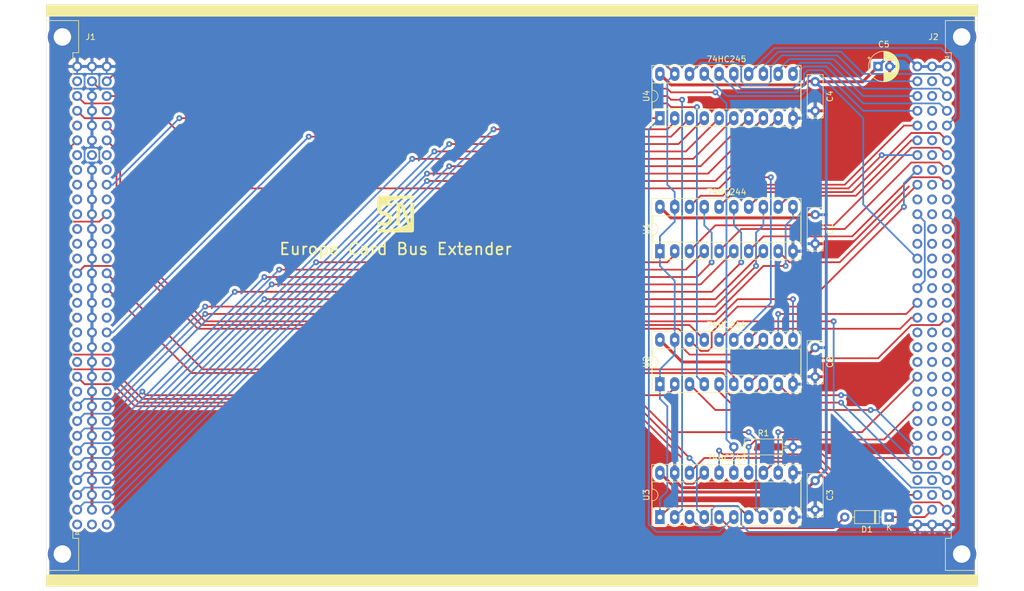
<source format=kicad_pcb>
(kicad_pcb (version 20171130) (host pcbnew 5.1.9)
  (layers (0 F.Cu signal) (31 B.Cu signal) (34 B.Paste user) (35 F.Paste user) (36 B.SilkS user) (37 F.SilkS user) (38 B.Mask user) (39 F.Mask user) (44 Edge.Cuts user))
  (net 0 "")
  (net 1 GND)
  (net 2 VCC)
  (net 3 SRESB)
  (net 4 "Net-(D1-Pad2)")
  (net 5 MA7)
  (net 6 MA6)
  (net 7 MA5)
  (net 8 MA4)
  (net 9 ~MIORQ)
  (net 10 MA0)
  (net 11 MA1)
  (net 12 MA3)
  (net 13 MD0)
  (net 14 MD1)
  (net 15 ~BUSACK)
  (net 16 ~SWR)
  (net 17 ~SBUSRQ)
  (net 18 ~SBUSACK)
  (net 19 ~SRD)
  (net 20 ~MRD)
  (net 21 ~SIORQ)
  (net 22 ~MWR)
  (net 23 ~SMREQ)
  (net 24 MA2)
  (net 25 MD3)
  (net 26 MD2)
  (net 27 MD4)
  (net 28 MD5)
  (net 29 MD6)
  (net 30 MD7)
  (net 31 SA3)
  (net 32 SA4)
  (net 33 SA2)
  (net 34 SA5)
  (net 35 SA1)
  (net 36 SA6)
  (net 37 SA0)
  (net 38 SA7)
  (net 39 SA15)
  (net 40 SA8)
  (net 41 SA14)
  (net 42 SA9)
  (net 43 SA13)
  (net 44 SA10)
  (net 45 SA12)
  (net 46 SA11)
  (net 47 SD0)
  (net 48 SD1)
  (net 49 SD2)
  (net 50 SD3)
  (net 51 SD4)
  (net 52 SD5)
  (net 53 SD6)
  (net 54 SD7)
  (net 55 "Net-(J1-PadC29)")
  (net 56 "Net-(J1-PadC26)")
  (net 57 "Net-(J1-PadC25)")
  (net 58 "Net-(J1-PadC23)")
  (net 59 "Net-(J1-PadC21)")
  (net 60 "Net-(J1-PadC20)")
  (net 61 "Net-(J1-PadC19)")
  (net 62 "Net-(J1-PadC11)")
  (net 63 "Net-(J1-PadC15)")
  (net 64 "Net-(J1-PadC13)")
  (net 65 "Net-(J1-PadC12)")
  (net 66 "Net-(J1-PadC10)")
  (net 67 "Net-(J1-PadB26)")
  (net 68 "Net-(J1-PadA31)")
  (net 69 "Net-(J1-PadA28)")
  (net 70 "Net-(J1-PadA26)")
  (net 71 "Net-(J1-PadA25)")
  (net 72 "Net-(J1-PadA24)")
  (net 73 "Net-(J1-PadA23)")
  (net 74 "Net-(J1-PadA22)")
  (net 75 "Net-(J1-PadA21)")
  (net 76 "Net-(J1-PadA19)")
  (net 77 "Net-(J1-PadA17)")
  (net 78 "Net-(J1-PadA16)")
  (net 79 "Net-(J1-PadA15)")
  (net 80 "Net-(J1-PadA14)")
  (net 81 "Net-(J1-PadA13)")
  (net 82 "Net-(J1-PadA12)")
  (net 83 "Net-(J1-PadA10)")
  (net 84 "Net-(J2-PadA10)")
  (net 85 "Net-(J2-PadA12)")
  (net 86 "Net-(J2-PadA13)")
  (net 87 "Net-(J2-PadA14)")
  (net 88 "Net-(J2-PadA15)")
  (net 89 "Net-(J2-PadA16)")
  (net 90 "Net-(J2-PadA17)")
  (net 91 "Net-(J2-PadA19)")
  (net 92 "Net-(J2-PadA20)")
  (net 93 "Net-(J2-PadA21)")
  (net 94 "Net-(J2-PadA22)")
  (net 95 "Net-(J2-PadA23)")
  (net 96 "Net-(J2-PadA24)")
  (net 97 "Net-(J2-PadA25)")
  (net 98 "Net-(J2-PadA26)")
  (net 99 "Net-(J2-PadA28)")
  (net 100 "Net-(J2-PadB2)")
  (net 101 "Net-(J2-PadB3)")
  (net 102 "Net-(J2-PadB4)")
  (net 103 "Net-(J2-PadB5)")
  (net 104 "Net-(J2-PadB6)")
  (net 105 "Net-(J2-PadB7)")
  (net 106 "Net-(J2-PadB8)")
  (net 107 "Net-(J2-PadB9)")
  (net 108 "Net-(J2-PadB10)")
  (net 109 "Net-(J2-PadB11)")
  (net 110 "Net-(J2-PadB12)")
  (net 111 "Net-(J2-PadB13)")
  (net 112 "Net-(J2-PadB14)")
  (net 113 "Net-(J2-PadB15)")
  (net 114 "Net-(J2-PadB16)")
  (net 115 "Net-(J2-PadB17)")
  (net 116 "Net-(J2-PadB18)")
  (net 117 "Net-(J2-PadB19)")
  (net 118 "Net-(J2-PadB20)")
  (net 119 "Net-(J2-PadB21)")
  (net 120 "Net-(J2-PadB22)")
  (net 121 "Net-(J2-PadB23)")
  (net 122 "Net-(J2-PadB24)")
  (net 123 "Net-(J2-PadB25)")
  (net 124 "Net-(J2-PadB26)")
  (net 125 "Net-(J2-PadB27)")
  (net 126 "Net-(J2-PadB28)")
  (net 127 "Net-(J2-PadB29)")
  (net 128 "Net-(J2-PadB30)")
  (net 129 "Net-(J2-PadC10)")
  (net 130 "Net-(J2-PadC11)")
  (net 131 "Net-(J2-PadC12)")
  (net 132 "Net-(J2-PadC13)")
  (net 133 "Net-(J2-PadC15)")
  (net 134 "Net-(J2-PadC19)")
  (net 135 "Net-(J2-PadC20)")
  (net 136 "Net-(J2-PadC21)")
  (net 137 "Net-(J2-PadC23)")
  (net 138 "Net-(J2-PadC25)")
  (net 139 "Net-(J2-PadC26)")
  (net 140 "Net-(J2-PadC29)")
  (net 141 "Net-(J2-PadC31)")
  (net 142 ~MMREQ)
  (net 143 MA15)
  (net 144 MA12)
  (net 145 MA10)
  (net 146 MA11)
  (net 147 "Net-(J1-PadC16)")
  (net 148 MA8)
  (net 149 "Net-(J1-PadC1)")
  (net 150 MRESB)
  (net 151 "Net-(J1-PadB1)")
  (net 152 MA9)
  (net 153 MA13)
  (net 154 "Net-(J1-PadA20)")
  (net 155 MA14)
  (net 156 ~MBUSRQ)
  (net 157 "Net-(J1-PadA1)")
  (net 158 "Net-(U3-Pad9)")
  (module common:logo (layer F.Cu) (at 110 86)
    (fp_text reference G*** hide)
    (fp_text value LOGO hide)
  )
  (module Connector_DIN:DIN41612_C_3x32_Male_Horizontal_THT (layer F.Cu) (at 55.3 139.37 90)
    (fp_text reference J1 (at 83.82 2.31 180) (layer F.SilkS))
    (fp_text value C96ABC)
    (pad A32 thru_hole oval (at -5.08 -2.54 90) (size 5 5) (drill 3) (layers *.Cu *.Mask) (net 1 GND))
    (pad A32 thru_hole oval (at 83.82 -2.54 90) (size 5 5) (drill 3) (layers *.Cu *.Mask) (net 1 GND))
    (pad A1 thru_hole oval (at 0 0 90) (size 1.7 1.7) (drill 1) (layers *.Cu *.Mask) (net 157 "Net-(J1-PadA1)"))
    (pad A2 thru_hole oval (at 2.54 0 90) (size 1.7 1.7) (drill 1) (layers *.Cu *.Mask) (net 28 MD5))
    (pad A3 thru_hole oval (at 5.08 0 90) (size 1.7 1.7) (drill 1) (layers *.Cu *.Mask) (net 29 MD6))
    (pad A4 thru_hole oval (at 7.62 0 90) (size 1.7 1.7) (drill 1) (layers *.Cu *.Mask) (net 25 MD3))
    (pad A5 thru_hole oval (at 10.16 0 90) (size 1.7 1.7) (drill 1) (layers *.Cu *.Mask) (net 27 MD4))
    (pad A6 thru_hole oval (at 12.7 0 90) (size 1.7 1.7) (drill 1) (layers *.Cu *.Mask) (net 24 MA2))
    (pad A7 thru_hole oval (at 15.24 0 90) (size 1.7 1.7) (drill 1) (layers *.Cu *.Mask) (net 8 MA4))
    (pad A8 thru_hole oval (at 17.78 0 90) (size 1.7 1.7) (drill 1) (layers *.Cu *.Mask) (net 7 MA5))
    (pad A9 thru_hole oval (at 20.32 0 90) (size 1.7 1.7) (drill 1) (layers *.Cu *.Mask) (net 6 MA6))
    (pad A10 thru_hole oval (at 22.86 0 90) (size 1.7 1.7) (drill 1) (layers *.Cu *.Mask) (net 83 "Net-(J1-PadA10)"))
    (pad A11 thru_hole oval (at 25.4 0 90) (size 1.7 1.7) (drill 1) (layers *.Cu *.Mask) (net 156 ~MBUSRQ))
    (pad A12 thru_hole oval (at 27.94 0 90) (size 1.7 1.7) (drill 1) (layers *.Cu *.Mask) (net 82 "Net-(J1-PadA12)"))
    (pad A13 thru_hole oval (at 30.48 0 90) (size 1.7 1.7) (drill 1) (layers *.Cu *.Mask) (net 81 "Net-(J1-PadA13)"))
    (pad A14 thru_hole oval (at 33.02 0 90) (size 1.7 1.7) (drill 1) (layers *.Cu *.Mask) (net 80 "Net-(J1-PadA14)"))
    (pad A15 thru_hole oval (at 35.56 0 90) (size 1.7 1.7) (drill 1) (layers *.Cu *.Mask) (net 79 "Net-(J1-PadA15)"))
    (pad A16 thru_hole oval (at 38.1 0 90) (size 1.7 1.7) (drill 1) (layers *.Cu *.Mask) (net 78 "Net-(J1-PadA16)"))
    (pad A17 thru_hole oval (at 40.64 0 90) (size 1.7 1.7) (drill 1) (layers *.Cu *.Mask) (net 77 "Net-(J1-PadA17)"))
    (pad A18 thru_hole oval (at 43.18 0 90) (size 1.7 1.7) (drill 1) (layers *.Cu *.Mask) (net 155 MA14))
    (pad A19 thru_hole oval (at 45.72 0 90) (size 1.7 1.7) (drill 1) (layers *.Cu *.Mask) (net 76 "Net-(J1-PadA19)"))
    (pad A20 thru_hole oval (at 48.26 0 90) (size 1.7 1.7) (drill 1) (layers *.Cu *.Mask) (net 154 "Net-(J1-PadA20)"))
    (pad A21 thru_hole oval (at 50.8 0 90) (size 1.7 1.7) (drill 1) (layers *.Cu *.Mask) (net 75 "Net-(J1-PadA21)"))
    (pad A22 thru_hole oval (at 53.34 0 90) (size 1.7 1.7) (drill 1) (layers *.Cu *.Mask) (net 74 "Net-(J1-PadA22)"))
    (pad A23 thru_hole oval (at 55.88 0 90) (size 1.7 1.7) (drill 1) (layers *.Cu *.Mask) (net 73 "Net-(J1-PadA23)"))
    (pad A24 thru_hole oval (at 58.42 0 90) (size 1.7 1.7) (drill 1) (layers *.Cu *.Mask) (net 72 "Net-(J1-PadA24)"))
    (pad A25 thru_hole oval (at 60.96 0 90) (size 1.7 1.7) (drill 1) (layers *.Cu *.Mask) (net 71 "Net-(J1-PadA25)"))
    (pad A26 thru_hole oval (at 63.5 0 90) (size 1.7 1.7) (drill 1) (layers *.Cu *.Mask) (net 70 "Net-(J1-PadA26)"))
    (pad A27 thru_hole oval (at 66.04 0 90) (size 1.7 1.7) (drill 1) (layers *.Cu *.Mask) (net 9 ~MIORQ))
    (pad A28 thru_hole oval (at 68.58 0 90) (size 1.7 1.7) (drill 1) (layers *.Cu *.Mask) (net 69 "Net-(J1-PadA28)"))
    (pad A29 thru_hole oval (at 71.12 0 90) (size 1.7 1.7) (drill 1) (layers *.Cu *.Mask) (net 153 MA13))
    (pad A30 thru_hole oval (at 73.66 0 90) (size 1.7 1.7) (drill 1) (layers *.Cu *.Mask) (net 152 MA9))
    (pad A31 thru_hole oval (at 76.2 0 90) (size 1.7 1.7) (drill 1) (layers *.Cu *.Mask) (net 68 "Net-(J1-PadA31)"))
    (pad A32 thru_hole oval (at 78.74 0 90) (size 1.7 1.7) (drill 1) (layers *.Cu *.Mask) (net 1 GND))
    (pad B1 thru_hole oval (at 0 2.54 90) (size 1.7 1.7) (drill 1) (layers *.Cu *.Mask) (net 151 "Net-(J1-PadB1)"))
    (pad B2 thru_hole oval (at 2.54 2.54 90) (size 1.7 1.7) (drill 1) (layers *.Cu *.Mask) (net 1 GND))
    (pad B3 thru_hole oval (at 5.08 2.54 90) (size 1.7 1.7) (drill 1) (layers *.Cu *.Mask) (net 1 GND))
    (pad B4 thru_hole oval (at 7.62 2.54 90) (size 1.7 1.7) (drill 1) (layers *.Cu *.Mask) (net 1 GND))
    (pad B5 thru_hole oval (at 10.16 2.54 90) (size 1.7 1.7) (drill 1) (layers *.Cu *.Mask) (net 1 GND))
    (pad B6 thru_hole oval (at 12.7 2.54 90) (size 1.7 1.7) (drill 1) (layers *.Cu *.Mask) (net 1 GND))
    (pad B7 thru_hole oval (at 15.24 2.54 90) (size 1.7 1.7) (drill 1) (layers *.Cu *.Mask) (net 1 GND))
    (pad B8 thru_hole oval (at 17.78 2.54 90) (size 1.7 1.7) (drill 1) (layers *.Cu *.Mask) (net 1 GND))
    (pad B9 thru_hole oval (at 20.32 2.54 90) (size 1.7 1.7) (drill 1) (layers *.Cu *.Mask) (net 1 GND))
    (pad B10 thru_hole oval (at 22.86 2.54 90) (size 1.7 1.7) (drill 1) (layers *.Cu *.Mask) (net 1 GND))
    (pad B11 thru_hole oval (at 25.4 2.54 90) (size 1.7 1.7) (drill 1) (layers *.Cu *.Mask) (net 1 GND))
    (pad B12 thru_hole oval (at 27.94 2.54 90) (size 1.7 1.7) (drill 1) (layers *.Cu *.Mask) (net 1 GND))
    (pad B13 thru_hole oval (at 30.48 2.54 90) (size 1.7 1.7) (drill 1) (layers *.Cu *.Mask) (net 1 GND))
    (pad B14 thru_hole oval (at 33.02 2.54 90) (size 1.7 1.7) (drill 1) (layers *.Cu *.Mask) (net 1 GND))
    (pad B15 thru_hole oval (at 35.56 2.54 90) (size 1.7 1.7) (drill 1) (layers *.Cu *.Mask) (net 1 GND))
    (pad B16 thru_hole oval (at 38.1 2.54 90) (size 1.7 1.7) (drill 1) (layers *.Cu *.Mask) (net 1 GND))
    (pad B17 thru_hole oval (at 40.64 2.54 90) (size 1.7 1.7) (drill 1) (layers *.Cu *.Mask) (net 1 GND))
    (pad B18 thru_hole oval (at 43.18 2.54 90) (size 1.7 1.7) (drill 1) (layers *.Cu *.Mask) (net 1 GND))
    (pad B19 thru_hole oval (at 45.72 2.54 90) (size 1.7 1.7) (drill 1) (layers *.Cu *.Mask) (net 1 GND))
    (pad B20 thru_hole oval (at 48.26 2.54 90) (size 1.7 1.7) (drill 1) (layers *.Cu *.Mask) (net 1 GND))
    (pad B21 thru_hole oval (at 50.8 2.54 90) (size 1.7 1.7) (drill 1) (layers *.Cu *.Mask) (net 1 GND))
    (pad B22 thru_hole oval (at 53.34 2.54 90) (size 1.7 1.7) (drill 1) (layers *.Cu *.Mask) (net 1 GND))
    (pad B23 thru_hole oval (at 55.88 2.54 90) (size 1.7 1.7) (drill 1) (layers *.Cu *.Mask) (net 1 GND))
    (pad B24 thru_hole oval (at 58.42 2.54 90) (size 1.7 1.7) (drill 1) (layers *.Cu *.Mask) (net 1 GND))
    (pad B25 thru_hole oval (at 60.96 2.54 90) (size 1.7 1.7) (drill 1) (layers *.Cu *.Mask) (net 1 GND))
    (pad B26 thru_hole oval (at 63.5 2.54 90) (size 1.7 1.7) (drill 1) (layers *.Cu *.Mask) (net 67 "Net-(J1-PadB26)"))
    (pad B27 thru_hole oval (at 66.04 2.54 90) (size 1.7 1.7) (drill 1) (layers *.Cu *.Mask) (net 1 GND))
    (pad B28 thru_hole oval (at 68.58 2.54 90) (size 1.7 1.7) (drill 1) (layers *.Cu *.Mask) (net 1 GND))
    (pad B29 thru_hole oval (at 71.12 2.54 90) (size 1.7 1.7) (drill 1) (layers *.Cu *.Mask) (net 1 GND))
    (pad B30 thru_hole oval (at 73.66 2.54 90) (size 1.7 1.7) (drill 1) (layers *.Cu *.Mask) (net 1 GND))
    (pad B31 thru_hole oval (at 76.2 2.54 90) (size 1.7 1.7) (drill 1) (layers *.Cu *.Mask) (net 150 MRESB))
    (pad B32 thru_hole oval (at 78.74 2.54 90) (size 1.7 1.7) (drill 1) (layers *.Cu *.Mask) (net 1 GND))
    (pad C1 thru_hole oval (at 0 5.08 90) (size 1.7 1.7) (drill 1) (layers *.Cu *.Mask) (net 149 "Net-(J1-PadC1)"))
    (pad C2 thru_hole oval (at 2.54 5.08 90) (size 1.7 1.7) (drill 1) (layers *.Cu *.Mask) (net 13 MD0))
    (pad C3 thru_hole oval (at 5.08 5.08 90) (size 1.7 1.7) (drill 1) (layers *.Cu *.Mask) (net 30 MD7))
    (pad C4 thru_hole oval (at 7.62 5.08 90) (size 1.7 1.7) (drill 1) (layers *.Cu *.Mask) (net 26 MD2))
    (pad C5 thru_hole oval (at 10.16 5.08 90) (size 1.7 1.7) (drill 1) (layers *.Cu *.Mask) (net 10 MA0))
    (pad C6 thru_hole oval (at 12.7 5.08 90) (size 1.7 1.7) (drill 1) (layers *.Cu *.Mask) (net 12 MA3))
    (pad C7 thru_hole oval (at 15.24 5.08 90) (size 1.7 1.7) (drill 1) (layers *.Cu *.Mask) (net 11 MA1))
    (pad C8 thru_hole oval (at 17.78 5.08 90) (size 1.7 1.7) (drill 1) (layers *.Cu *.Mask) (net 148 MA8))
    (pad C9 thru_hole oval (at 20.32 5.08 90) (size 1.7 1.7) (drill 1) (layers *.Cu *.Mask) (net 5 MA7))
    (pad C10 thru_hole oval (at 22.86 5.08 90) (size 1.7 1.7) (drill 1) (layers *.Cu *.Mask) (net 66 "Net-(J1-PadC10)"))
    (pad C11 thru_hole oval (at 25.4 5.08 90) (size 1.7 1.7) (drill 1) (layers *.Cu *.Mask) (net 62 "Net-(J1-PadC11)"))
    (pad C12 thru_hole oval (at 27.94 5.08 90) (size 1.7 1.7) (drill 1) (layers *.Cu *.Mask) (net 65 "Net-(J1-PadC12)"))
    (pad C13 thru_hole oval (at 30.48 5.08 90) (size 1.7 1.7) (drill 1) (layers *.Cu *.Mask) (net 64 "Net-(J1-PadC13)"))
    (pad C14 thru_hole oval (at 33.02 5.08 90) (size 1.7 1.7) (drill 1) (layers *.Cu *.Mask) (net 14 MD1))
    (pad C15 thru_hole oval (at 35.56 5.08 90) (size 1.7 1.7) (drill 1) (layers *.Cu *.Mask) (net 63 "Net-(J1-PadC15)"))
    (pad C16 thru_hole oval (at 38.1 5.08 90) (size 1.7 1.7) (drill 1) (layers *.Cu *.Mask) (net 147 "Net-(J1-PadC16)"))
    (pad C17 thru_hole oval (at 40.64 5.08 90) (size 1.7 1.7) (drill 1) (layers *.Cu *.Mask) (net 146 MA11))
    (pad C18 thru_hole oval (at 43.18 5.08 90) (size 1.7 1.7) (drill 1) (layers *.Cu *.Mask) (net 145 MA10))
    (pad C19 thru_hole oval (at 45.72 5.08 90) (size 1.7 1.7) (drill 1) (layers *.Cu *.Mask) (net 61 "Net-(J1-PadC19)"))
    (pad C20 thru_hole oval (at 48.26 5.08 90) (size 1.7 1.7) (drill 1) (layers *.Cu *.Mask) (net 60 "Net-(J1-PadC20)"))
    (pad C21 thru_hole oval (at 50.8 5.08 90) (size 1.7 1.7) (drill 1) (layers *.Cu *.Mask) (net 59 "Net-(J1-PadC21)"))
    (pad C22 thru_hole oval (at 53.34 5.08 90) (size 1.7 1.7) (drill 1) (layers *.Cu *.Mask) (net 22 ~MWR))
    (pad C23 thru_hole oval (at 55.88 5.08 90) (size 1.7 1.7) (drill 1) (layers *.Cu *.Mask) (net 58 "Net-(J1-PadC23)"))
    (pad C24 thru_hole oval (at 58.42 5.08 90) (size 1.7 1.7) (drill 1) (layers *.Cu *.Mask) (net 20 ~MRD))
    (pad C25 thru_hole oval (at 60.96 5.08 90) (size 1.7 1.7) (drill 1) (layers *.Cu *.Mask) (net 57 "Net-(J1-PadC25)"))
    (pad C26 thru_hole oval (at 63.5 5.08 90) (size 1.7 1.7) (drill 1) (layers *.Cu *.Mask) (net 56 "Net-(J1-PadC26)"))
    (pad C27 thru_hole oval (at 66.04 5.08 90) (size 1.7 1.7) (drill 1) (layers *.Cu *.Mask) (net 144 MA12))
    (pad C28 thru_hole oval (at 68.58 5.08 90) (size 1.7 1.7) (drill 1) (layers *.Cu *.Mask) (net 143 MA15))
    (pad C29 thru_hole oval (at 71.12 5.08 90) (size 1.7 1.7) (drill 1) (layers *.Cu *.Mask) (net 55 "Net-(J1-PadC29)"))
    (pad C30 thru_hole oval (at 73.66 5.08 90) (size 1.7 1.7) (drill 1) (layers *.Cu *.Mask) (net 142 ~MMREQ))
    (pad C31 thru_hole oval (at 76.2 5.08 90) (size 1.7 1.7) (drill 1) (layers *.Cu *.Mask) (net 15 ~BUSACK))
    (pad C32 thru_hole oval (at 78.74 5.08 90) (size 1.7 1.7) (drill 1) (layers *.Cu *.Mask) (net 1 GND))
  )
  (module Connector_DIN:DIN41612_C_3x32_Male_Horizontal_THT (layer F.Cu) (at 204.7 60.63 270)
    (fp_text reference J2 (at -5.08 2.31 180) (layer F.SilkS))
    (fp_text value C96ABC)
    (pad C32 thru_hole oval (at 78.74 5.08 270) (size 1.7 1.7) (drill 1) (layers *.Cu *.Mask) (net 1 GND))
    (pad C31 thru_hole oval (at 76.2 5.08 270) (size 1.7 1.7) (drill 1) (layers *.Cu *.Mask) (net 141 "Net-(J2-PadC31)"))
    (pad C30 thru_hole oval (at 73.66 5.08 270) (size 1.7 1.7) (drill 1) (layers *.Cu *.Mask) (net 23 ~SMREQ))
    (pad C29 thru_hole oval (at 71.12 5.08 270) (size 1.7 1.7) (drill 1) (layers *.Cu *.Mask) (net 140 "Net-(J2-PadC29)"))
    (pad C28 thru_hole oval (at 68.58 5.08 270) (size 1.7 1.7) (drill 1) (layers *.Cu *.Mask) (net 39 SA15))
    (pad C27 thru_hole oval (at 66.04 5.08 270) (size 1.7 1.7) (drill 1) (layers *.Cu *.Mask) (net 45 SA12))
    (pad C26 thru_hole oval (at 63.5 5.08 270) (size 1.7 1.7) (drill 1) (layers *.Cu *.Mask) (net 139 "Net-(J2-PadC26)"))
    (pad C25 thru_hole oval (at 60.96 5.08 270) (size 1.7 1.7) (drill 1) (layers *.Cu *.Mask) (net 138 "Net-(J2-PadC25)"))
    (pad C24 thru_hole oval (at 58.42 5.08 270) (size 1.7 1.7) (drill 1) (layers *.Cu *.Mask) (net 19 ~SRD))
    (pad C23 thru_hole oval (at 55.88 5.08 270) (size 1.7 1.7) (drill 1) (layers *.Cu *.Mask) (net 137 "Net-(J2-PadC23)"))
    (pad C22 thru_hole oval (at 53.34 5.08 270) (size 1.7 1.7) (drill 1) (layers *.Cu *.Mask) (net 16 ~SWR))
    (pad C21 thru_hole oval (at 50.8 5.08 270) (size 1.7 1.7) (drill 1) (layers *.Cu *.Mask) (net 136 "Net-(J2-PadC21)"))
    (pad C20 thru_hole oval (at 48.26 5.08 270) (size 1.7 1.7) (drill 1) (layers *.Cu *.Mask) (net 135 "Net-(J2-PadC20)"))
    (pad C19 thru_hole oval (at 45.72 5.08 270) (size 1.7 1.7) (drill 1) (layers *.Cu *.Mask) (net 134 "Net-(J2-PadC19)"))
    (pad C18 thru_hole oval (at 43.18 5.08 270) (size 1.7 1.7) (drill 1) (layers *.Cu *.Mask) (net 44 SA10))
    (pad C17 thru_hole oval (at 40.64 5.08 270) (size 1.7 1.7) (drill 1) (layers *.Cu *.Mask) (net 46 SA11))
    (pad C16 thru_hole oval (at 38.1 5.08 270) (size 1.7 1.7) (drill 1) (layers *.Cu *.Mask) (net 130 "Net-(J2-PadC11)"))
    (pad C15 thru_hole oval (at 35.56 5.08 270) (size 1.7 1.7) (drill 1) (layers *.Cu *.Mask) (net 133 "Net-(J2-PadC15)"))
    (pad C14 thru_hole oval (at 33.02 5.08 270) (size 1.7 1.7) (drill 1) (layers *.Cu *.Mask) (net 48 SD1))
    (pad C13 thru_hole oval (at 30.48 5.08 270) (size 1.7 1.7) (drill 1) (layers *.Cu *.Mask) (net 132 "Net-(J2-PadC13)"))
    (pad C12 thru_hole oval (at 27.94 5.08 270) (size 1.7 1.7) (drill 1) (layers *.Cu *.Mask) (net 131 "Net-(J2-PadC12)"))
    (pad C11 thru_hole oval (at 25.4 5.08 270) (size 1.7 1.7) (drill 1) (layers *.Cu *.Mask) (net 130 "Net-(J2-PadC11)"))
    (pad C10 thru_hole oval (at 22.86 5.08 270) (size 1.7 1.7) (drill 1) (layers *.Cu *.Mask) (net 129 "Net-(J2-PadC10)"))
    (pad C9 thru_hole oval (at 20.32 5.08 270) (size 1.7 1.7) (drill 1) (layers *.Cu *.Mask) (net 38 SA7))
    (pad C8 thru_hole oval (at 17.78 5.08 270) (size 1.7 1.7) (drill 1) (layers *.Cu *.Mask) (net 40 SA8))
    (pad C7 thru_hole oval (at 15.24 5.08 270) (size 1.7 1.7) (drill 1) (layers *.Cu *.Mask) (net 35 SA1))
    (pad C6 thru_hole oval (at 12.7 5.08 270) (size 1.7 1.7) (drill 1) (layers *.Cu *.Mask) (net 31 SA3))
    (pad C5 thru_hole oval (at 10.16 5.08 270) (size 1.7 1.7) (drill 1) (layers *.Cu *.Mask) (net 37 SA0))
    (pad C4 thru_hole oval (at 7.62 5.08 270) (size 1.7 1.7) (drill 1) (layers *.Cu *.Mask) (net 49 SD2))
    (pad C3 thru_hole oval (at 5.08 5.08 270) (size 1.7 1.7) (drill 1) (layers *.Cu *.Mask) (net 54 SD7))
    (pad C2 thru_hole oval (at 2.54 5.08 270) (size 1.7 1.7) (drill 1) (layers *.Cu *.Mask) (net 47 SD0))
    (pad C1 thru_hole oval (at 0 5.08 270) (size 1.7 1.7) (drill 1) (layers *.Cu *.Mask) (net 2 VCC))
    (pad B32 thru_hole oval (at 78.74 2.54 270) (size 1.7 1.7) (drill 1) (layers *.Cu *.Mask) (net 1 GND))
    (pad B31 thru_hole oval (at 76.2 2.54 270) (size 1.7 1.7) (drill 1) (layers *.Cu *.Mask) (net 3 SRESB))
    (pad B30 thru_hole oval (at 73.66 2.54 270) (size 1.7 1.7) (drill 1) (layers *.Cu *.Mask) (net 128 "Net-(J2-PadB30)"))
    (pad B29 thru_hole oval (at 71.12 2.54 270) (size 1.7 1.7) (drill 1) (layers *.Cu *.Mask) (net 127 "Net-(J2-PadB29)"))
    (pad B28 thru_hole oval (at 68.58 2.54 270) (size 1.7 1.7) (drill 1) (layers *.Cu *.Mask) (net 126 "Net-(J2-PadB28)"))
    (pad B27 thru_hole oval (at 66.04 2.54 270) (size 1.7 1.7) (drill 1) (layers *.Cu *.Mask) (net 125 "Net-(J2-PadB27)"))
    (pad B26 thru_hole oval (at 63.5 2.54 270) (size 1.7 1.7) (drill 1) (layers *.Cu *.Mask) (net 124 "Net-(J2-PadB26)"))
    (pad B25 thru_hole oval (at 60.96 2.54 270) (size 1.7 1.7) (drill 1) (layers *.Cu *.Mask) (net 123 "Net-(J2-PadB25)"))
    (pad B24 thru_hole oval (at 58.42 2.54 270) (size 1.7 1.7) (drill 1) (layers *.Cu *.Mask) (net 122 "Net-(J2-PadB24)"))
    (pad B23 thru_hole oval (at 55.88 2.54 270) (size 1.7 1.7) (drill 1) (layers *.Cu *.Mask) (net 121 "Net-(J2-PadB23)"))
    (pad B22 thru_hole oval (at 53.34 2.54 270) (size 1.7 1.7) (drill 1) (layers *.Cu *.Mask) (net 120 "Net-(J2-PadB22)"))
    (pad B21 thru_hole oval (at 50.8 2.54 270) (size 1.7 1.7) (drill 1) (layers *.Cu *.Mask) (net 119 "Net-(J2-PadB21)"))
    (pad B20 thru_hole oval (at 48.26 2.54 270) (size 1.7 1.7) (drill 1) (layers *.Cu *.Mask) (net 118 "Net-(J2-PadB20)"))
    (pad B19 thru_hole oval (at 45.72 2.54 270) (size 1.7 1.7) (drill 1) (layers *.Cu *.Mask) (net 117 "Net-(J2-PadB19)"))
    (pad B18 thru_hole oval (at 43.18 2.54 270) (size 1.7 1.7) (drill 1) (layers *.Cu *.Mask) (net 116 "Net-(J2-PadB18)"))
    (pad B17 thru_hole oval (at 40.64 2.54 270) (size 1.7 1.7) (drill 1) (layers *.Cu *.Mask) (net 115 "Net-(J2-PadB17)"))
    (pad B16 thru_hole oval (at 38.1 2.54 270) (size 1.7 1.7) (drill 1) (layers *.Cu *.Mask) (net 114 "Net-(J2-PadB16)"))
    (pad B15 thru_hole oval (at 35.56 2.54 270) (size 1.7 1.7) (drill 1) (layers *.Cu *.Mask) (net 113 "Net-(J2-PadB15)"))
    (pad B14 thru_hole oval (at 33.02 2.54 270) (size 1.7 1.7) (drill 1) (layers *.Cu *.Mask) (net 112 "Net-(J2-PadB14)"))
    (pad B13 thru_hole oval (at 30.48 2.54 270) (size 1.7 1.7) (drill 1) (layers *.Cu *.Mask) (net 111 "Net-(J2-PadB13)"))
    (pad B12 thru_hole oval (at 27.94 2.54 270) (size 1.7 1.7) (drill 1) (layers *.Cu *.Mask) (net 110 "Net-(J2-PadB12)"))
    (pad B11 thru_hole oval (at 25.4 2.54 270) (size 1.7 1.7) (drill 1) (layers *.Cu *.Mask) (net 109 "Net-(J2-PadB11)"))
    (pad B10 thru_hole oval (at 22.86 2.54 270) (size 1.7 1.7) (drill 1) (layers *.Cu *.Mask) (net 108 "Net-(J2-PadB10)"))
    (pad B9 thru_hole oval (at 20.32 2.54 270) (size 1.7 1.7) (drill 1) (layers *.Cu *.Mask) (net 107 "Net-(J2-PadB9)"))
    (pad B8 thru_hole oval (at 17.78 2.54 270) (size 1.7 1.7) (drill 1) (layers *.Cu *.Mask) (net 106 "Net-(J2-PadB8)"))
    (pad B7 thru_hole oval (at 15.24 2.54 270) (size 1.7 1.7) (drill 1) (layers *.Cu *.Mask) (net 105 "Net-(J2-PadB7)"))
    (pad B6 thru_hole oval (at 12.7 2.54 270) (size 1.7 1.7) (drill 1) (layers *.Cu *.Mask) (net 104 "Net-(J2-PadB6)"))
    (pad B5 thru_hole oval (at 10.16 2.54 270) (size 1.7 1.7) (drill 1) (layers *.Cu *.Mask) (net 103 "Net-(J2-PadB5)"))
    (pad B4 thru_hole oval (at 7.62 2.54 270) (size 1.7 1.7) (drill 1) (layers *.Cu *.Mask) (net 102 "Net-(J2-PadB4)"))
    (pad B3 thru_hole oval (at 5.08 2.54 270) (size 1.7 1.7) (drill 1) (layers *.Cu *.Mask) (net 101 "Net-(J2-PadB3)"))
    (pad B2 thru_hole oval (at 2.54 2.54 270) (size 1.7 1.7) (drill 1) (layers *.Cu *.Mask) (net 100 "Net-(J2-PadB2)"))
    (pad B1 thru_hole oval (at 0 2.54 270) (size 1.7 1.7) (drill 1) (layers *.Cu *.Mask) (net 2 VCC))
    (pad A32 thru_hole oval (at 78.74 0 270) (size 1.7 1.7) (drill 1) (layers *.Cu *.Mask) (net 1 GND))
    (pad A31 thru_hole oval (at 76.2 0 270) (size 1.7 1.7) (drill 1) (layers *.Cu *.Mask) (net 18 ~SBUSACK))
    (pad A30 thru_hole oval (at 73.66 0 270) (size 1.7 1.7) (drill 1) (layers *.Cu *.Mask) (net 42 SA9))
    (pad A29 thru_hole oval (at 71.12 0 270) (size 1.7 1.7) (drill 1) (layers *.Cu *.Mask) (net 43 SA13))
    (pad A28 thru_hole oval (at 68.58 0 270) (size 1.7 1.7) (drill 1) (layers *.Cu *.Mask) (net 99 "Net-(J2-PadA28)"))
    (pad A27 thru_hole oval (at 66.04 0 270) (size 1.7 1.7) (drill 1) (layers *.Cu *.Mask) (net 21 ~SIORQ))
    (pad A26 thru_hole oval (at 63.5 0 270) (size 1.7 1.7) (drill 1) (layers *.Cu *.Mask) (net 98 "Net-(J2-PadA26)"))
    (pad A25 thru_hole oval (at 60.96 0 270) (size 1.7 1.7) (drill 1) (layers *.Cu *.Mask) (net 97 "Net-(J2-PadA25)"))
    (pad A24 thru_hole oval (at 58.42 0 270) (size 1.7 1.7) (drill 1) (layers *.Cu *.Mask) (net 96 "Net-(J2-PadA24)"))
    (pad A23 thru_hole oval (at 55.88 0 270) (size 1.7 1.7) (drill 1) (layers *.Cu *.Mask) (net 95 "Net-(J2-PadA23)"))
    (pad A22 thru_hole oval (at 53.34 0 270) (size 1.7 1.7) (drill 1) (layers *.Cu *.Mask) (net 94 "Net-(J2-PadA22)"))
    (pad A21 thru_hole oval (at 50.8 0 270) (size 1.7 1.7) (drill 1) (layers *.Cu *.Mask) (net 93 "Net-(J2-PadA21)"))
    (pad A20 thru_hole oval (at 48.26 0 270) (size 1.7 1.7) (drill 1) (layers *.Cu *.Mask) (net 92 "Net-(J2-PadA20)"))
    (pad A19 thru_hole oval (at 45.72 0 270) (size 1.7 1.7) (drill 1) (layers *.Cu *.Mask) (net 91 "Net-(J2-PadA19)"))
    (pad A18 thru_hole oval (at 43.18 0 270) (size 1.7 1.7) (drill 1) (layers *.Cu *.Mask) (net 41 SA14))
    (pad A17 thru_hole oval (at 40.64 0 270) (size 1.7 1.7) (drill 1) (layers *.Cu *.Mask) (net 90 "Net-(J2-PadA17)"))
    (pad A16 thru_hole oval (at 38.1 0 270) (size 1.7 1.7) (drill 1) (layers *.Cu *.Mask) (net 89 "Net-(J2-PadA16)"))
    (pad A15 thru_hole oval (at 35.56 0 270) (size 1.7 1.7) (drill 1) (layers *.Cu *.Mask) (net 88 "Net-(J2-PadA15)"))
    (pad A14 thru_hole oval (at 33.02 0 270) (size 1.7 1.7) (drill 1) (layers *.Cu *.Mask) (net 87 "Net-(J2-PadA14)"))
    (pad A13 thru_hole oval (at 30.48 0 270) (size 1.7 1.7) (drill 1) (layers *.Cu *.Mask) (net 86 "Net-(J2-PadA13)"))
    (pad A12 thru_hole oval (at 27.94 0 270) (size 1.7 1.7) (drill 1) (layers *.Cu *.Mask) (net 85 "Net-(J2-PadA12)"))
    (pad A11 thru_hole oval (at 25.4 0 270) (size 1.7 1.7) (drill 1) (layers *.Cu *.Mask) (net 17 ~SBUSRQ))
    (pad A10 thru_hole oval (at 22.86 0 270) (size 1.7 1.7) (drill 1) (layers *.Cu *.Mask) (net 84 "Net-(J2-PadA10)"))
    (pad A9 thru_hole oval (at 20.32 0 270) (size 1.7 1.7) (drill 1) (layers *.Cu *.Mask) (net 36 SA6))
    (pad A8 thru_hole oval (at 17.78 0 270) (size 1.7 1.7) (drill 1) (layers *.Cu *.Mask) (net 34 SA5))
    (pad A7 thru_hole oval (at 15.24 0 270) (size 1.7 1.7) (drill 1) (layers *.Cu *.Mask) (net 32 SA4))
    (pad A6 thru_hole oval (at 12.7 0 270) (size 1.7 1.7) (drill 1) (layers *.Cu *.Mask) (net 33 SA2))
    (pad A5 thru_hole oval (at 10.16 0 270) (size 1.7 1.7) (drill 1) (layers *.Cu *.Mask) (net 51 SD4))
    (pad A4 thru_hole oval (at 7.62 0 270) (size 1.7 1.7) (drill 1) (layers *.Cu *.Mask) (net 50 SD3))
    (pad A3 thru_hole oval (at 5.08 0 270) (size 1.7 1.7) (drill 1) (layers *.Cu *.Mask) (net 53 SD6))
    (pad A2 thru_hole oval (at 2.54 0 270) (size 1.7 1.7) (drill 1) (layers *.Cu *.Mask) (net 52 SD5))
    (pad A1 thru_hole oval (at 0 0 270) (size 1.7 1.7) (drill 1) (layers *.Cu *.Mask) (net 2 VCC))
    (pad A32 thru_hole oval (at 83.82 -2.54 270) (size 5 5) (drill 3) (layers *.Cu *.Mask) (net 1 GND))
    (pad A32 thru_hole oval (at -5.08 -2.54 270) (size 5 5) (drill 3) (layers *.Cu *.Mask) (net 1 GND))
  )
  (module Capacitor_THT:CP_Radial_D5.0mm_P2.00mm (layer F.Cu) (at 192.865 60.63)
    (fp_text reference C5 (at 1 -3.81) (layer F.SilkS))
    (fp_text value CP)
    (pad 1 thru_hole rect (at 0 0) (size 1.6 1.6) (drill 0.8) (layers *.Cu *.Mask) (net 2 VCC))
    (pad 2 thru_hole oval (at 2 0) (size 1.6 1.6) (drill 0.8) (layers *.Cu *.Mask) (net 1 GND))
  )
  (module Capacitor_THT:C_Rect_L7.2mm_W2.5mm_P5.00mm_FKS2_FKP2_MKS2_MKP2 (layer F.Cu) (at 182.07 91.11 90)
    (fp_text reference C1 (at 2.5 2.54 90) (layer F.SilkS))
    (fp_text value 100nF)
    (pad 1 thru_hole oval (at 0 0 90) (size 1.6 1.6) (drill 0.8) (layers *.Cu *.Mask) (net 1 GND))
    (pad 2 thru_hole oval (at 5 0 90) (size 1.6 1.6) (drill 0.8) (layers *.Cu *.Mask) (net 2 VCC))
  )
  (module Capacitor_THT:C_Rect_L7.2mm_W2.5mm_P5.00mm_FKS2_FKP2_MKS2_MKP2 (layer F.Cu) (at 182.07 113.97 90)
    (fp_text reference C2 (at 2.5 2.54 90) (layer F.SilkS))
    (fp_text value 100nF)
    (pad 2 thru_hole oval (at 5 0 90) (size 1.6 1.6) (drill 0.8) (layers *.Cu *.Mask) (net 2 VCC))
    (pad 1 thru_hole oval (at 0 0 90) (size 1.6 1.6) (drill 0.8) (layers *.Cu *.Mask) (net 1 GND))
  )
  (module Capacitor_THT:C_Rect_L7.2mm_W2.5mm_P5.00mm_FKS2_FKP2_MKS2_MKP2 (layer F.Cu) (at 182.07 136.83 90)
    (fp_text reference C3 (at 2.5 2.54 90) (layer F.SilkS))
    (fp_text value 100nF)
    (pad 1 thru_hole oval (at 0 0 90) (size 1.6 1.6) (drill 0.8) (layers *.Cu *.Mask) (net 1 GND))
    (pad 2 thru_hole oval (at 5 0 90) (size 1.6 1.6) (drill 0.8) (layers *.Cu *.Mask) (net 2 VCC))
  )
  (module Capacitor_THT:C_Rect_L7.2mm_W2.5mm_P5.00mm_FKS2_FKP2_MKS2_MKP2 (layer F.Cu) (at 182.07 68.25 90)
    (fp_text reference C4 (at 2.5 2.54 90) (layer F.SilkS))
    (fp_text value 100nF)
    (pad 2 thru_hole oval (at 5 0 90) (size 1.6 1.6) (drill 0.8) (layers *.Cu *.Mask) (net 2 VCC))
    (pad 1 thru_hole oval (at 0 0 90) (size 1.6 1.6) (drill 0.8) (layers *.Cu *.Mask) (net 1 GND))
  )
  (module Diode_THT:D_DO-35_SOD27_P7.62mm_Horizontal (layer F.Cu) (at 194.77 138.1 180)
    (fp_text reference D1 (at 3.81 -2.12) (layer F.SilkS))
    (fp_text value BAT46)
    (fp_text user K (at 0 -1.8) (layer F.SilkS))
    (pad 1 thru_hole rect (at 0 0 180) (size 1.6 1.6) (drill 0.8) (layers *.Cu *.Mask) (net 3 SRESB))
    (pad 2 thru_hole oval (at 7.62 0 180) (size 1.6 1.6) (drill 0.8) (layers *.Cu *.Mask) (net 4 "Net-(D1-Pad2)"))
  )
  (module Resistor_THT:R_Axial_DIN0207_L6.3mm_D2.5mm_P10.16mm_Horizontal (layer F.Cu) (at 168.1 126.035)
    (fp_text reference R1 (at 5.08 -2.37) (layer F.SilkS))
    (fp_text value 10k)
    (pad 1 thru_hole circle (at 0 0) (size 1.6 1.6) (drill 0.8) (layers *.Cu *.Mask) (net 150 MRESB))
    (pad 2 thru_hole oval (at 10.16 0) (size 1.6 1.6) (drill 0.8) (layers *.Cu *.Mask) (net 1 GND))
  )
  (module Package_DIP:DIP-20_W7.62mm_Socket_LongPads (layer F.Cu) (at 155.4 92.38 90)
    (fp_text reference U1 (at 3.81 -2.33 90) (layer F.SilkS))
    (fp_text value 74HC244 (at 10.16 11.43 180) (layer F.SilkS))
    (pad 20 thru_hole oval (at 7.62 0 90) (size 2.4 1.6) (drill 0.8) (layers *.Cu *.Mask) (net 2 VCC))
    (pad 10 thru_hole oval (at 0 22.86 90) (size 2.4 1.6) (drill 0.8) (layers *.Cu *.Mask) (net 1 GND))
    (pad 19 thru_hole oval (at 7.62 2.54 90) (size 2.4 1.6) (drill 0.8) (layers *.Cu *.Mask) (net 15 ~BUSACK))
    (pad 9 thru_hole oval (at 0 20.32 90) (size 2.4 1.6) (drill 0.8) (layers *.Cu *.Mask) (net 38 SA7))
    (pad 18 thru_hole oval (at 7.62 5.08 90) (size 2.4 1.6) (drill 0.8) (layers *.Cu *.Mask) (net 37 SA0))
    (pad 8 thru_hole oval (at 0 17.78 90) (size 2.4 1.6) (drill 0.8) (layers *.Cu *.Mask) (net 12 MA3))
    (pad 17 thru_hole oval (at 7.62 7.62 90) (size 2.4 1.6) (drill 0.8) (layers *.Cu *.Mask) (net 8 MA4))
    (pad 7 thru_hole oval (at 0 15.24 90) (size 2.4 1.6) (drill 0.8) (layers *.Cu *.Mask) (net 36 SA6))
    (pad 16 thru_hole oval (at 7.62 10.16 90) (size 2.4 1.6) (drill 0.8) (layers *.Cu *.Mask) (net 35 SA1))
    (pad 6 thru_hole oval (at 0 12.7 90) (size 2.4 1.6) (drill 0.8) (layers *.Cu *.Mask) (net 24 MA2))
    (pad 15 thru_hole oval (at 7.62 12.7 90) (size 2.4 1.6) (drill 0.8) (layers *.Cu *.Mask) (net 7 MA5))
    (pad 5 thru_hole oval (at 0 10.16 90) (size 2.4 1.6) (drill 0.8) (layers *.Cu *.Mask) (net 34 SA5))
    (pad 14 thru_hole oval (at 7.62 15.24 90) (size 2.4 1.6) (drill 0.8) (layers *.Cu *.Mask) (net 33 SA2))
    (pad 4 thru_hole oval (at 0 7.62 90) (size 2.4 1.6) (drill 0.8) (layers *.Cu *.Mask) (net 11 MA1))
    (pad 13 thru_hole oval (at 7.62 17.78 90) (size 2.4 1.6) (drill 0.8) (layers *.Cu *.Mask) (net 6 MA6))
    (pad 3 thru_hole oval (at 0 5.08 90) (size 2.4 1.6) (drill 0.8) (layers *.Cu *.Mask) (net 32 SA4))
    (pad 12 thru_hole oval (at 7.62 20.32 90) (size 2.4 1.6) (drill 0.8) (layers *.Cu *.Mask) (net 31 SA3))
    (pad 2 thru_hole oval (at 0 2.54 90) (size 2.4 1.6) (drill 0.8) (layers *.Cu *.Mask) (net 10 MA0))
    (pad 11 thru_hole oval (at 7.62 22.86 90) (size 2.4 1.6) (drill 0.8) (layers *.Cu *.Mask) (net 5 MA7))
    (pad 1 thru_hole rect (at 0 0 90) (size 2.4 1.6) (drill 0.8) (layers *.Cu *.Mask) (net 15 ~BUSACK))
  )
  (module Package_DIP:DIP-20_W7.62mm_Socket_LongPads (layer F.Cu) (at 155.4 115.24 90)
    (fp_text reference U2 (at 3.81 -2.33 90) (layer F.SilkS))
    (fp_text value 74HC244 (at 10.16 11.43 180) (layer F.SilkS))
    (pad 1 thru_hole rect (at 0 0 90) (size 2.4 1.6) (drill 0.8) (layers *.Cu *.Mask) (net 15 ~BUSACK))
    (pad 11 thru_hole oval (at 7.62 22.86 90) (size 2.4 1.6) (drill 0.8) (layers *.Cu *.Mask) (net 143 MA15))
    (pad 2 thru_hole oval (at 0 2.54 90) (size 2.4 1.6) (drill 0.8) (layers *.Cu *.Mask) (net 148 MA8))
    (pad 12 thru_hole oval (at 7.62 20.32 90) (size 2.4 1.6) (drill 0.8) (layers *.Cu *.Mask) (net 46 SA11))
    (pad 3 thru_hole oval (at 0 5.08 90) (size 2.4 1.6) (drill 0.8) (layers *.Cu *.Mask) (net 45 SA12))
    (pad 13 thru_hole oval (at 7.62 17.78 90) (size 2.4 1.6) (drill 0.8) (layers *.Cu *.Mask) (net 155 MA14))
    (pad 4 thru_hole oval (at 0 7.62 90) (size 2.4 1.6) (drill 0.8) (layers *.Cu *.Mask) (net 152 MA9))
    (pad 14 thru_hole oval (at 7.62 15.24 90) (size 2.4 1.6) (drill 0.8) (layers *.Cu *.Mask) (net 44 SA10))
    (pad 5 thru_hole oval (at 0 10.16 90) (size 2.4 1.6) (drill 0.8) (layers *.Cu *.Mask) (net 43 SA13))
    (pad 15 thru_hole oval (at 7.62 12.7 90) (size 2.4 1.6) (drill 0.8) (layers *.Cu *.Mask) (net 153 MA13))
    (pad 6 thru_hole oval (at 0 12.7 90) (size 2.4 1.6) (drill 0.8) (layers *.Cu *.Mask) (net 145 MA10))
    (pad 16 thru_hole oval (at 7.62 10.16 90) (size 2.4 1.6) (drill 0.8) (layers *.Cu *.Mask) (net 42 SA9))
    (pad 7 thru_hole oval (at 0 15.24 90) (size 2.4 1.6) (drill 0.8) (layers *.Cu *.Mask) (net 41 SA14))
    (pad 17 thru_hole oval (at 7.62 7.62 90) (size 2.4 1.6) (drill 0.8) (layers *.Cu *.Mask) (net 144 MA12))
    (pad 8 thru_hole oval (at 0 17.78 90) (size 2.4 1.6) (drill 0.8) (layers *.Cu *.Mask) (net 146 MA11))
    (pad 18 thru_hole oval (at 7.62 5.08 90) (size 2.4 1.6) (drill 0.8) (layers *.Cu *.Mask) (net 40 SA8))
    (pad 9 thru_hole oval (at 0 20.32 90) (size 2.4 1.6) (drill 0.8) (layers *.Cu *.Mask) (net 39 SA15))
    (pad 19 thru_hole oval (at 7.62 2.54 90) (size 2.4 1.6) (drill 0.8) (layers *.Cu *.Mask) (net 15 ~BUSACK))
    (pad 10 thru_hole oval (at 0 22.86 90) (size 2.4 1.6) (drill 0.8) (layers *.Cu *.Mask) (net 1 GND))
    (pad 20 thru_hole oval (at 7.62 0 90) (size 2.4 1.6) (drill 0.8) (layers *.Cu *.Mask) (net 2 VCC))
  )
  (module Package_DIP:DIP-20_W7.62mm_Socket_LongPads (layer F.Cu) (at 155.4 138.1 90)
    (fp_text reference U3 (at 3.81 -2.33 90) (layer F.SilkS))
    (fp_text value 74HC244 (at 10.16 11.43 180) (layer F.SilkS))
    (pad 20 thru_hole oval (at 7.62 0 90) (size 2.4 1.6) (drill 0.8) (layers *.Cu *.Mask) (net 2 VCC))
    (pad 10 thru_hole oval (at 0 22.86 90) (size 2.4 1.6) (drill 0.8) (layers *.Cu *.Mask) (net 1 GND))
    (pad 19 thru_hole oval (at 7.62 2.54 90) (size 2.4 1.6) (drill 0.8) (layers *.Cu *.Mask) (net 1 GND))
    (pad 9 thru_hole oval (at 0 20.32 90) (size 2.4 1.6) (drill 0.8) (layers *.Cu *.Mask) (net 158 "Net-(U3-Pad9)"))
    (pad 18 thru_hole oval (at 7.62 5.08 90) (size 2.4 1.6) (drill 0.8) (layers *.Cu *.Mask) (net 23 ~SMREQ))
    (pad 8 thru_hole oval (at 0 17.78 90) (size 2.4 1.6) (drill 0.8) (layers *.Cu *.Mask) (net 22 ~MWR))
    (pad 17 thru_hole oval (at 7.62 7.62 90) (size 2.4 1.6) (drill 0.8) (layers *.Cu *.Mask) (net 156 ~MBUSRQ))
    (pad 7 thru_hole oval (at 0 15.24 90) (size 2.4 1.6) (drill 0.8) (layers *.Cu *.Mask) (net 15 ~BUSACK))
    (pad 16 thru_hole oval (at 7.62 10.16 90) (size 2.4 1.6) (drill 0.8) (layers *.Cu *.Mask) (net 21 ~SIORQ))
    (pad 6 thru_hole oval (at 0 12.7 90) (size 2.4 1.6) (drill 0.8) (layers *.Cu *.Mask) (net 20 ~MRD))
    (pad 15 thru_hole oval (at 7.62 12.7 90) (size 2.4 1.6) (drill 0.8) (layers *.Cu *.Mask) (net 150 MRESB))
    (pad 5 thru_hole oval (at 0 10.16 90) (size 2.4 1.6) (drill 0.8) (layers *.Cu *.Mask) (net 4 "Net-(D1-Pad2)"))
    (pad 14 thru_hole oval (at 7.62 15.24 90) (size 2.4 1.6) (drill 0.8) (layers *.Cu *.Mask) (net 19 ~SRD))
    (pad 4 thru_hole oval (at 0 7.62 90) (size 2.4 1.6) (drill 0.8) (layers *.Cu *.Mask) (net 9 ~MIORQ))
    (pad 13 thru_hole oval (at 7.62 17.78 90) (size 2.4 1.6) (drill 0.8) (layers *.Cu *.Mask) (net 18 ~SBUSACK))
    (pad 3 thru_hole oval (at 0 5.08 90) (size 2.4 1.6) (drill 0.8) (layers *.Cu *.Mask) (net 17 ~SBUSRQ))
    (pad 12 thru_hole oval (at 7.62 20.32 90) (size 2.4 1.6) (drill 0.8) (layers *.Cu *.Mask) (net 16 ~SWR))
    (pad 2 thru_hole oval (at 0 2.54 90) (size 2.4 1.6) (drill 0.8) (layers *.Cu *.Mask) (net 142 ~MMREQ))
    (pad 11 thru_hole oval (at 7.62 22.86 90) (size 2.4 1.6) (drill 0.8) (layers *.Cu *.Mask) (net 1 GND))
    (pad 1 thru_hole rect (at 0 0 90) (size 2.4 1.6) (drill 0.8) (layers *.Cu *.Mask) (net 15 ~BUSACK))
  )
  (module Package_DIP:DIP-20_W7.62mm_Socket_LongPads (layer F.Cu) (at 155.4 69.52 90)
    (fp_text reference U4 (at 3.81 -2.33 90) (layer F.SilkS))
    (fp_text value 74HC245 (at 10.16 11.43) (layer F.SilkS))
    (pad 1 thru_hole rect (at 0 0 90) (size 2.4 1.6) (drill 0.8) (layers *.Cu *.Mask) (net 20 ~MRD))
    (pad 11 thru_hole oval (at 7.62 22.86 90) (size 2.4 1.6) (drill 0.8) (layers *.Cu *.Mask) (net 54 SD7))
    (pad 2 thru_hole oval (at 0 2.54 90) (size 2.4 1.6) (drill 0.8) (layers *.Cu *.Mask) (net 13 MD0))
    (pad 12 thru_hole oval (at 7.62 20.32 90) (size 2.4 1.6) (drill 0.8) (layers *.Cu *.Mask) (net 53 SD6))
    (pad 3 thru_hole oval (at 0 5.08 90) (size 2.4 1.6) (drill 0.8) (layers *.Cu *.Mask) (net 14 MD1))
    (pad 13 thru_hole oval (at 7.62 17.78 90) (size 2.4 1.6) (drill 0.8) (layers *.Cu *.Mask) (net 52 SD5))
    (pad 4 thru_hole oval (at 0 7.62 90) (size 2.4 1.6) (drill 0.8) (layers *.Cu *.Mask) (net 26 MD2))
    (pad 14 thru_hole oval (at 7.62 15.24 90) (size 2.4 1.6) (drill 0.8) (layers *.Cu *.Mask) (net 51 SD4))
    (pad 5 thru_hole oval (at 0 10.16 90) (size 2.4 1.6) (drill 0.8) (layers *.Cu *.Mask) (net 25 MD3))
    (pad 15 thru_hole oval (at 7.62 12.7 90) (size 2.4 1.6) (drill 0.8) (layers *.Cu *.Mask) (net 50 SD3))
    (pad 6 thru_hole oval (at 0 12.7 90) (size 2.4 1.6) (drill 0.8) (layers *.Cu *.Mask) (net 27 MD4))
    (pad 16 thru_hole oval (at 7.62 10.16 90) (size 2.4 1.6) (drill 0.8) (layers *.Cu *.Mask) (net 49 SD2))
    (pad 7 thru_hole oval (at 0 15.24 90) (size 2.4 1.6) (drill 0.8) (layers *.Cu *.Mask) (net 28 MD5))
    (pad 17 thru_hole oval (at 7.62 7.62 90) (size 2.4 1.6) (drill 0.8) (layers *.Cu *.Mask) (net 48 SD1))
    (pad 8 thru_hole oval (at 0 17.78 90) (size 2.4 1.6) (drill 0.8) (layers *.Cu *.Mask) (net 29 MD6))
    (pad 18 thru_hole oval (at 7.62 5.08 90) (size 2.4 1.6) (drill 0.8) (layers *.Cu *.Mask) (net 47 SD0))
    (pad 9 thru_hole oval (at 0 20.32 90) (size 2.4 1.6) (drill 0.8) (layers *.Cu *.Mask) (net 30 MD7))
    (pad 19 thru_hole oval (at 7.62 2.54 90) (size 2.4 1.6) (drill 0.8) (layers *.Cu *.Mask) (net 15 ~BUSACK))
    (pad 10 thru_hole oval (at 0 22.86 90) (size 2.4 1.6) (drill 0.8) (layers *.Cu *.Mask) (net 1 GND))
    (pad 20 thru_hole oval (at 7.62 0 90) (size 2.4 1.6) (drill 0.8) (layers *.Cu *.Mask) (net 2 VCC))
  )
  (gr_text "Europe Card Bus Extender" (at 110 92) (layer F.SilkS) (effects (font (size 2 2) (thickness 0.3))))
  (gr_poly (pts (xy 210 150) (xy 50 150) (xy 50 148) (xy 210 148)) (layer F.SilkS) (width 0.1))
  (gr_poly (pts (xy 210 52) (xy 50 52) (xy 50 50) (xy 210 50)) (layer F.SilkS) (width 0.1))
  (gr_line (start 50 150) (end 50 50) (layer Edge.Cuts) (width 0.05))
  (gr_line (start 210 150) (end 50 150) (layer Edge.Cuts) (width 0.05))
  (gr_line (start 210 50) (end 210 150) (layer Edge.Cuts) (width 0.05))
  (gr_line (start 50 50) (end 210 50) (layer Edge.Cuts) (width 0.05))
  (segment (start 185.88 64.44) (end 192.865 64.44) (width 0.5) (layer F.Cu) (net 1))
  (segment (start 194.865 62.44) (end 194.865 60.63) (width 0.5) (layer F.Cu) (net 1))
  (segment (start 192.865 64.44) (end 194.865 62.44) (width 0.5) (layer F.Cu) (net 1))
  (segment (start 182.07 91.11) (end 180.165 91.11) (width 0.5) (layer B.Cu) (net 1))
  (segment (start 182.07 113.97) (end 180.165 113.97) (width 0.5) (layer B.Cu) (net 1))
  (segment (start 180.165 91.11) (end 180.165 113.97) (width 0.5) (layer B.Cu) (net 1))
  (segment (start 182.07 68.25) (end 182.07 66.345) (width 0.5) (layer F.Cu) (net 1))
  (segment (start 180.165 136.83) (end 182.07 136.83) (width 0.5) (layer B.Cu) (net 1))
  (segment (start 180.165 68.25) (end 180.165 91.11) (width 0.5) (layer B.Cu) (net 1))
  (segment (start 182.07 68.25) (end 180.165 68.25) (width 0.5) (layer B.Cu) (net 1))
  (segment (start 182.07 66.345) (end 183.975 66.345) (width 0.5) (layer F.Cu) (net 1))
  (segment (start 183.975 66.345) (end 185.88 64.44) (width 0.5) (layer F.Cu) (net 1))
  (segment (start 199.62 139.37) (end 202.16 139.37) (width 0.5) (layer F.Cu) (net 1))
  (segment (start 202.16 139.37) (end 204.7 139.37) (width 0.5) (layer F.Cu) (net 1))
  (segment (start 194.77 60.535) (end 194.865 60.63) (width 0.5) (layer F.Cu) (net 1))
  (segment (start 194.77 58.725) (end 194.77 60.535) (width 0.5) (layer F.Cu) (net 1))
  (segment (start 194.77 58.725) (end 65.23 58.725) (width 0.5) (layer F.Cu) (net 1))
  (segment (start 63.325 60.63) (end 60.38 60.63) (width 0.5) (layer F.Cu) (net 1))
  (segment (start 65.23 58.725) (end 63.325 60.63) (width 0.5) (layer F.Cu) (net 1))
  (segment (start 60.38 60.63) (end 57.84 60.63) (width 0.5) (layer F.Cu) (net 1))
  (segment (start 57.84 60.63) (end 55.3 60.63) (width 0.5) (layer F.Cu) (net 1))
  (segment (start 205.565 58.725) (end 194.77 58.725) (width 0.5) (layer F.Cu) (net 1))
  (segment (start 206.835 59.995) (end 205.565 58.725) (width 0.5) (layer F.Cu) (net 1))
  (segment (start 204.7 139.37) (end 206.835 139.37) (width 0.5) (layer F.Cu) (net 1))
  (segment (start 206.835 139.37) (end 206.835 59.995) (width 0.5) (layer F.Cu) (net 1))
  (segment (start 180.165 113.97) (end 180.165 136.83) (width 0.5) (layer B.Cu) (net 1))
  (segment (start 178.26 130.48) (end 178.26 138.1) (width 0.5) (layer B.Cu) (net 1))
  (segment (start 62.055 61.9) (end 62.055 60.63) (width 0.3) (layer B.Cu) (net 1))
  (segment (start 62.055 60.63) (end 60.38 60.63) (width 0.3) (layer B.Cu) (net 1))
  (segment (start 55.3 60.63) (end 53.165 60.63) (width 0.3) (layer B.Cu) (net 1))
  (segment (start 53.165 60.63) (end 53.165 61.9) (width 0.3) (layer B.Cu) (net 1))
  (segment (start 56.57 64.44) (end 56.57 61.9) (width 0.3) (layer B.Cu) (net 1))
  (segment (start 59.11 64.44) (end 59.11 61.9) (width 0.3) (layer B.Cu) (net 1))
  (segment (start 57.84 64.45) (end 57.85 64.44) (width 0.3) (layer B.Cu) (net 1))
  (segment (start 57.84 65.71) (end 57.84 64.45) (width 0.3) (layer B.Cu) (net 1))
  (segment (start 57.84 64.95) (end 58.35 64.44) (width 0.3) (layer B.Cu) (net 1))
  (segment (start 57.84 65.71) (end 57.84 64.95) (width 0.3) (layer B.Cu) (net 1))
  (segment (start 57.85 64.44) (end 58.35 64.44) (width 0.3) (layer B.Cu) (net 1))
  (segment (start 58.35 64.44) (end 59.11 64.44) (width 0.3) (layer B.Cu) (net 1))
  (segment (start 57.84 64.95) (end 57.33 64.44) (width 0.3) (layer B.Cu) (net 1))
  (segment (start 56.57 64.44) (end 57.33 64.44) (width 0.3) (layer B.Cu) (net 1))
  (segment (start 57.33 64.44) (end 57.85 64.44) (width 0.3) (layer B.Cu) (net 1))
  (segment (start 56.57 64.44) (end 53.165 64.44) (width 0.3) (layer B.Cu) (net 1))
  (segment (start 53.165 64.44) (end 53.165 61.9) (width 0.3) (layer B.Cu) (net 1))
  (segment (start 59.11 64.44) (end 62.055 64.44) (width 0.3) (layer B.Cu) (net 1))
  (segment (start 62.055 64.44) (end 62.055 61.9) (width 0.3) (layer B.Cu) (net 1))
  (segment (start 56.57 77.14) (end 56.57 74.6) (width 0.3) (layer B.Cu) (net 1))
  (segment (start 59.11 77.14) (end 59.11 74.6) (width 0.3) (layer B.Cu) (net 1))
  (segment (start 57.84 78.41) (end 57.84 77.14) (width 0.3) (layer B.Cu) (net 1))
  (segment (start 57.84 77.65) (end 57.33 77.14) (width 0.3) (layer B.Cu) (net 1))
  (segment (start 57.84 78.41) (end 57.84 77.65) (width 0.3) (layer B.Cu) (net 1))
  (segment (start 56.57 77.14) (end 57.33 77.14) (width 0.3) (layer B.Cu) (net 1))
  (segment (start 57.33 77.14) (end 57.84 77.14) (width 0.3) (layer B.Cu) (net 1))
  (segment (start 57.84 77.65) (end 58.35 77.14) (width 0.3) (layer B.Cu) (net 1))
  (segment (start 57.84 77.14) (end 58.35 77.14) (width 0.3) (layer B.Cu) (net 1))
  (segment (start 58.35 77.14) (end 59.11 77.14) (width 0.3) (layer B.Cu) (net 1))
  (segment (start 57.84 73.33) (end 57.84 74.6) (width 0.3) (layer B.Cu) (net 1))
  (segment (start 57.84 73.33) (end 57.84 74.09) (width 0.3) (layer B.Cu) (net 1))
  (segment (start 57.84 74.6) (end 57.33 74.6) (width 0.3) (layer B.Cu) (net 1))
  (segment (start 57.84 74.09) (end 57.33 74.6) (width 0.3) (layer B.Cu) (net 1))
  (segment (start 57.33 74.6) (end 56.57 74.6) (width 0.3) (layer B.Cu) (net 1))
  (segment (start 57.84 74.09) (end 58.35 74.6) (width 0.3) (layer B.Cu) (net 1))
  (segment (start 59.11 74.6) (end 58.35 74.6) (width 0.3) (layer B.Cu) (net 1))
  (segment (start 58.35 74.6) (end 57.84 74.6) (width 0.3) (layer B.Cu) (net 1))
  (segment (start 55.3 60.63) (end 55.3 61.9) (width 0.3) (layer B.Cu) (net 1))
  (segment (start 53.165 61.9) (end 55.3 61.9) (width 0.3) (layer B.Cu) (net 1))
  (segment (start 57.84 60.63) (end 57.84 61.9) (width 0.3) (layer B.Cu) (net 1))
  (segment (start 55.3 61.9) (end 57.84 61.9) (width 0.3) (layer B.Cu) (net 1))
  (segment (start 57.84 61.9) (end 59.11 61.9) (width 0.3) (layer B.Cu) (net 1))
  (segment (start 60.38 60.63) (end 60.38 61.9) (width 0.3) (layer B.Cu) (net 1))
  (segment (start 59.11 61.9) (end 60.38 61.9) (width 0.3) (layer B.Cu) (net 1))
  (segment (start 60.38 61.9) (end 62.055 61.9) (width 0.3) (layer B.Cu) (net 1))
  (segment (start 178.26 126.035) (end 178.26 130.48) (width 0.5) (layer B.Cu) (net 1))
  (segment (start 178.26 112.7) (end 178.26 115.24) (width 0.5) (layer F.Cu) (net 1))
  (segment (start 180.8 112.7) (end 178.26 112.7) (width 0.5) (layer F.Cu) (net 1))
  (segment (start 182.07 113.97) (end 182.07 112.065) (width 0.5) (layer F.Cu) (net 1))
  (segment (start 181.435 112.065) (end 180.8 112.7) (width 0.5) (layer F.Cu) (net 1))
  (segment (start 182.07 112.065) (end 181.435 112.065) (width 0.5) (layer F.Cu) (net 1))
  (segment (start 180.8 92.38) (end 178.26 92.38) (width 0.5) (layer F.Cu) (net 1))
  (segment (start 181.435 93.015) (end 180.8 92.38) (width 0.5) (layer F.Cu) (net 1))
  (segment (start 182.07 93.015) (end 181.435 93.015) (width 0.5) (layer F.Cu) (net 1))
  (segment (start 182.07 91.11) (end 182.07 93.015) (width 0.5) (layer F.Cu) (net 1))
  (segment (start 178.26 66.345) (end 178.26 69.52) (width 0.5) (layer F.Cu) (net 1))
  (segment (start 182.07 66.345) (end 178.26 66.345) (width 0.5) (layer F.Cu) (net 1))
  (segment (start 178.26 134.925) (end 178.26 138.1) (width 0.5) (layer F.Cu) (net 1))
  (segment (start 182.07 136.83) (end 182.07 134.925) (width 0.5) (layer F.Cu) (net 1))
  (segment (start 182.07 134.925) (end 178.26 134.925) (width 0.5) (layer F.Cu) (net 1))
  (segment (start 159.22501 133.03501) (end 178.26 133.03501) (width 0.5) (layer F.Cu) (net 1))
  (segment (start 178.26 133.03501) (end 178.26 130.48) (width 0.5) (layer F.Cu) (net 1))
  (segment (start 157.94 130.48) (end 157.94 131.75) (width 0.5) (layer F.Cu) (net 1))
  (segment (start 157.94 131.75) (end 159.22501 133.03501) (width 0.5) (layer F.Cu) (net 1))
  (segment (start 190.245 63.25) (end 182.07 63.25) (width 0.5) (layer F.Cu) (net 2))
  (segment (start 192.865 60.63) (end 190.245 63.25) (width 0.5) (layer F.Cu) (net 2))
  (segment (start 182.07 131.83) (end 183.975 129.925) (width 0.5) (layer B.Cu) (net 2))
  (segment (start 183.975 65.155) (end 182.07 63.25) (width 0.5) (layer B.Cu) (net 2))
  (segment (start 183.895 108.97) (end 183.975 108.89) (width 0.5) (layer B.Cu) (net 2))
  (segment (start 182.07 108.97) (end 183.895 108.97) (width 0.5) (layer B.Cu) (net 2))
  (segment (start 183.975 129.925) (end 183.975 108.89) (width 0.5) (layer B.Cu) (net 2))
  (segment (start 183.895 86.11) (end 183.975 86.03) (width 0.5) (layer B.Cu) (net 2))
  (segment (start 182.07 86.11) (end 183.895 86.11) (width 0.5) (layer B.Cu) (net 2))
  (segment (start 183.975 108.89) (end 183.975 86.03) (width 0.5) (layer B.Cu) (net 2))
  (segment (start 183.975 86.03) (end 183.975 65.155) (width 0.5) (layer B.Cu) (net 2))
  (segment (start 199.62 60.63) (end 202.16 60.63) (width 0.5) (layer B.Cu) (net 2))
  (segment (start 202.16 60.63) (end 204.7 60.63) (width 0.5) (layer B.Cu) (net 2))
  (segment (start 180.245 86.665) (end 157.305 86.665) (width 0.5) (layer F.Cu) (net 2))
  (segment (start 157.305 86.665) (end 155.4 84.76) (width 0.5) (layer F.Cu) (net 2))
  (segment (start 182.07 86.11) (end 180.8 86.11) (width 0.5) (layer F.Cu) (net 2))
  (segment (start 180.8 86.11) (end 180.245 86.665) (width 0.5) (layer F.Cu) (net 2))
  (segment (start 197.715 58.725) (end 199.62 60.63) (width 0.5) (layer B.Cu) (net 2))
  (segment (start 192.865 60.63) (end 194.77 58.725) (width 0.5) (layer B.Cu) (net 2))
  (segment (start 194.77 58.725) (end 197.715 58.725) (width 0.5) (layer B.Cu) (net 2))
  (segment (start 181.99 63.17) (end 182.07 63.25) (width 0.5) (layer F.Cu) (net 2))
  (segment (start 180.8 63.17) (end 181.99 63.17) (width 0.5) (layer F.Cu) (net 2))
  (segment (start 180.165 63.805) (end 180.8 63.17) (width 0.5) (layer F.Cu) (net 2))
  (segment (start 155.4 61.9) (end 157.305 63.805) (width 0.5) (layer F.Cu) (net 2))
  (segment (start 157.305 63.805) (end 180.165 63.805) (width 0.5) (layer F.Cu) (net 2))
  (segment (start 155.4 130.48) (end 158.70502 133.78502) (width 0.5) (layer F.Cu) (net 2))
  (segment (start 180.11498 133.78502) (end 182.07 131.83) (width 0.5) (layer F.Cu) (net 2))
  (segment (start 158.70502 133.78502) (end 180.11498 133.78502) (width 0.5) (layer F.Cu) (net 2))
  (segment (start 180.84 110.2) (end 182.07 108.97) (width 0.5) (layer F.Cu) (net 2))
  (segment (start 174.41 110.2) (end 180.84 110.2) (width 0.5) (layer F.Cu) (net 2))
  (segment (start 159.21 111.43) (end 173.18 111.43) (width 0.5) (layer F.Cu) (net 2))
  (segment (start 173.18 111.43) (end 174.41 110.2) (width 0.5) (layer F.Cu) (net 2))
  (segment (start 155.4 107.62) (end 159.21 111.43) (width 0.5) (layer F.Cu) (net 2))
  (segment (start 200.89 138.1) (end 194.77 138.1) (width 0.3) (layer F.Cu) (net 3))
  (segment (start 202.16 136.83) (end 200.89 138.1) (width 0.3) (layer F.Cu) (net 3))
  (segment (start 187.15 138.1) (end 185.245 140.005) (width 0.3) (layer F.Cu) (net 4))
  (segment (start 167.465 140.005) (end 165.56 138.1) (width 0.3) (layer F.Cu) (net 4))
  (segment (start 185.245 140.005) (end 167.465 140.005) (width 0.3) (layer F.Cu) (net 4))
  (segment (start 60.38 119.05) (end 61.42 119.05) (width 0.3) (layer B.Cu) (net 5))
  (via (at 77.295 103.175) (size 1) (drill 0.4) (layers F.Cu B.Cu) (net 5))
  (segment (start 61.42 119.05) (end 77.295 103.175) (width 0.3) (layer B.Cu) (net 5))
  (segment (start 178.26 86.665) (end 178.26 84.76) (width 0.3) (layer B.Cu) (net 5))
  (segment (start 176.99 87.935) (end 178.26 86.665) (width 0.3) (layer B.Cu) (net 5))
  (via (at 176.99 94.92) (size 1) (drill 0.4) (layers F.Cu B.Cu) (net 5))
  (segment (start 176.99 94.92) (end 176.99 87.935) (width 0.3) (layer B.Cu) (net 5))
  (segment (start 143.97 103.175) (end 77.295 103.175) (width 0.3) (layer F.Cu) (net 5))
  (segment (start 164.925 103.175) (end 143.97 103.175) (width 0.3) (layer F.Cu) (net 5))
  (segment (start 176.99 94.92) (end 173.18 94.92) (width 0.3) (layer F.Cu) (net 5))
  (segment (start 173.18 94.92) (end 164.925 103.175) (width 0.3) (layer F.Cu) (net 5))
  (segment (start 173.18 84.76) (end 173.18 87.935) (width 0.3) (layer B.Cu) (net 6))
  (via (at 171.91 94.92) (size 1) (drill 0.4) (layers F.Cu B.Cu) (net 6))
  (segment (start 173.18 87.935) (end 171.91 89.205) (width 0.3) (layer B.Cu) (net 6))
  (segment (start 171.91 89.205) (end 171.91 94.92) (width 0.3) (layer B.Cu) (net 6))
  (segment (start 55.3 119.05) (end 56.57 117.78) (width 0.3) (layer B.Cu) (net 6))
  (segment (start 56.57 117.78) (end 61.42 117.78) (width 0.3) (layer B.Cu) (net 6))
  (via (at 77.295 101.905) (size 1) (drill 0.4) (layers F.Cu B.Cu) (net 6))
  (segment (start 61.42 117.78) (end 77.295 101.905) (width 0.3) (layer B.Cu) (net 6))
  (segment (start 164.925 101.905) (end 171.91 94.92) (width 0.3) (layer F.Cu) (net 6))
  (segment (start 77.295 101.905) (end 164.925 101.905) (width 0.3) (layer F.Cu) (net 6))
  (segment (start 168.1 84.76) (end 168.1 87.935) (width 0.3) (layer B.Cu) (net 7))
  (via (at 169.37 94.285) (size 1) (drill 0.4) (layers F.Cu B.Cu) (net 7))
  (segment (start 168.1 87.935) (end 169.37 89.205) (width 0.3) (layer B.Cu) (net 7))
  (segment (start 169.37 89.205) (end 169.37 94.285) (width 0.3) (layer B.Cu) (net 7))
  (segment (start 164.29 99.365) (end 143.97 99.365) (width 0.3) (layer F.Cu) (net 7))
  (segment (start 169.37 94.285) (end 164.29 99.365) (width 0.3) (layer F.Cu) (net 7))
  (segment (start 55.3 121.59) (end 56.57 120.32) (width 0.3) (layer B.Cu) (net 7))
  (segment (start 56.57 120.32) (end 61.42 120.32) (width 0.3) (layer B.Cu) (net 7))
  (via (at 82.375 99.365) (size 1) (drill 0.4) (layers F.Cu B.Cu) (net 7))
  (segment (start 61.42 120.32) (end 82.375 99.365) (width 0.3) (layer B.Cu) (net 7))
  (segment (start 82.375 99.365) (end 143.97 99.365) (width 0.3) (layer F.Cu) (net 7))
  (via (at 164.29 94.285) (size 1) (drill 0.4) (layers F.Cu B.Cu) (net 8))
  (segment (start 164.29 89.205) (end 164.29 94.285) (width 0.3) (layer B.Cu) (net 8))
  (segment (start 163.02 84.76) (end 163.02 87.935) (width 0.3) (layer B.Cu) (net 8))
  (segment (start 163.02 87.935) (end 164.29 89.205) (width 0.3) (layer B.Cu) (net 8))
  (segment (start 55.3 124.13) (end 56.57 122.86) (width 0.3) (layer B.Cu) (net 8))
  (segment (start 56.57 122.86) (end 61.42 122.86) (width 0.3) (layer B.Cu) (net 8))
  (via (at 87.455 96.825) (size 1) (drill 0.4) (layers F.Cu B.Cu) (net 8))
  (segment (start 61.42 122.86) (end 87.455 96.825) (width 0.3) (layer B.Cu) (net 8))
  (segment (start 161.75 96.825) (end 164.29 94.285) (width 0.3) (layer F.Cu) (net 8))
  (segment (start 87.455 96.825) (end 161.75 96.825) (width 0.3) (layer F.Cu) (net 8))
  (segment (start 53.165 75.465) (end 55.3 73.33) (width 0.3) (layer F.Cu) (net 9))
  (segment (start 53.165 110.795) (end 53.165 75.465) (width 0.3) (layer F.Cu) (net 9))
  (segment (start 161.75 136.83) (end 163.02 138.1) (width 0.3) (layer B.Cu) (net 9))
  (segment (start 65.865 118.415) (end 62.055 114.605) (width 0.3) (layer F.Cu) (net 9))
  (segment (start 62.055 114.605) (end 62.055 113.335) (width 0.3) (layer F.Cu) (net 9))
  (via (at 160.48 127.94) (size 1) (drill 0.4) (layers F.Cu B.Cu) (net 9))
  (segment (start 150.955 118.415) (end 65.865 118.415) (width 0.3) (layer F.Cu) (net 9))
  (segment (start 160.48 127.94) (end 150.955 118.415) (width 0.3) (layer F.Cu) (net 9))
  (segment (start 62.055 113.335) (end 61.42 112.7) (width 0.3) (layer F.Cu) (net 9))
  (segment (start 161.75 129.21) (end 161.75 136.83) (width 0.3) (layer B.Cu) (net 9))
  (segment (start 54.435 112.7) (end 53.165 111.43) (width 0.3) (layer F.Cu) (net 9))
  (segment (start 53.165 111.43) (end 53.165 110.795) (width 0.3) (layer F.Cu) (net 9))
  (segment (start 61.42 112.7) (end 54.435 112.7) (width 0.3) (layer F.Cu) (net 9))
  (segment (start 160.48 127.94) (end 161.75 129.21) (width 0.3) (layer B.Cu) (net 9))
  (segment (start 60.38 129.21) (end 61.42 129.21) (width 0.3) (layer B.Cu) (net 10))
  (via (at 96.345 94.285) (size 1) (drill 0.4) (layers F.Cu B.Cu) (net 10))
  (segment (start 61.42 129.21) (end 96.345 94.285) (width 0.3) (layer B.Cu) (net 10))
  (segment (start 157.94 93.015) (end 157.94 92.38) (width 0.3) (layer F.Cu) (net 10))
  (segment (start 96.345 94.285) (end 156.67 94.285) (width 0.3) (layer F.Cu) (net 10))
  (segment (start 156.67 94.285) (end 157.94 93.015) (width 0.3) (layer F.Cu) (net 10))
  (segment (start 60.38 124.13) (end 61.42 124.13) (width 0.3) (layer B.Cu) (net 11))
  (via (at 89.995 95.555) (size 1) (drill 0.4) (layers F.Cu B.Cu) (net 11))
  (segment (start 61.42 124.13) (end 89.995 95.555) (width 0.3) (layer B.Cu) (net 11))
  (segment (start 159.845 95.555) (end 163.02 92.38) (width 0.3) (layer F.Cu) (net 11))
  (segment (start 89.995 95.555) (end 159.845 95.555) (width 0.3) (layer F.Cu) (net 11))
  (segment (start 60.38 126.67) (end 61.42 126.67) (width 0.3) (layer B.Cu) (net 12))
  (via (at 87.455 100.635) (size 1) (drill 0.4) (layers F.Cu B.Cu) (net 12))
  (segment (start 61.42 126.67) (end 87.455 100.635) (width 0.3) (layer B.Cu) (net 12))
  (segment (start 164.925 100.635) (end 173.18 92.38) (width 0.3) (layer F.Cu) (net 12))
  (segment (start 87.455 100.635) (end 164.925 100.635) (width 0.3) (layer F.Cu) (net 12))
  (segment (start 61.42 136.83) (end 60.38 136.83) (width 0.3) (layer B.Cu) (net 13))
  (segment (start 126.825 71.425) (end 156.67 71.425) (width 0.3) (layer F.Cu) (net 13))
  (segment (start 126.825 71.425) (end 61.42 136.83) (width 0.3) (layer B.Cu) (net 13))
  (via (at 126.825 71.425) (size 1) (drill 0.4) (layers F.Cu B.Cu) (net 13))
  (segment (start 156.67 71.425) (end 157.94 70.155) (width 0.3) (layer F.Cu) (net 13))
  (segment (start 157.94 70.155) (end 157.94 69.52) (width 0.3) (layer F.Cu) (net 13))
  (segment (start 95.075 72.695) (end 157.305 72.695) (width 0.3) (layer F.Cu) (net 14))
  (via (at 95.075 72.695) (size 1) (drill 0.4) (layers F.Cu B.Cu) (net 14))
  (segment (start 157.305 72.695) (end 160.48 69.52) (width 0.3) (layer F.Cu) (net 14))
  (segment (start 61.42 106.35) (end 60.38 106.35) (width 0.3) (layer B.Cu) (net 14))
  (segment (start 95.075 72.695) (end 61.42 106.35) (width 0.3) (layer B.Cu) (net 14))
  (segment (start 156.035 59.995) (end 157.94 61.9) (width 0.3) (layer F.Cu) (net 15))
  (segment (start 65.23 59.995) (end 156.035 59.995) (width 0.3) (layer F.Cu) (net 15))
  (segment (start 63.325 61.9) (end 65.23 59.995) (width 0.3) (layer F.Cu) (net 15))
  (segment (start 61.65 61.9) (end 63.325 61.9) (width 0.3) (layer F.Cu) (net 15))
  (segment (start 60.38 63.17) (end 61.65 61.9) (width 0.3) (layer F.Cu) (net 15))
  (segment (start 157.94 84.76) (end 157.94 87.3) (width 0.3) (layer B.Cu) (net 15))
  (segment (start 155.4 89.84) (end 155.4 92.38) (width 0.3) (layer B.Cu) (net 15))
  (segment (start 157.94 87.3) (end 155.4 89.84) (width 0.3) (layer B.Cu) (net 15))
  (segment (start 157.94 82.22) (end 157.94 84.76) (width 0.3) (layer B.Cu) (net 15))
  (segment (start 157.94 61.9) (end 156.67 63.17) (width 0.3) (layer B.Cu) (net 15))
  (segment (start 156.67 80.95) (end 157.94 82.22) (width 0.3) (layer B.Cu) (net 15))
  (segment (start 156.67 63.17) (end 156.67 80.95) (width 0.3) (layer B.Cu) (net 15))
  (segment (start 155.4 92.38) (end 155.4 94.92) (width 0.3) (layer B.Cu) (net 15))
  (segment (start 157.94 97.46) (end 157.94 107.62) (width 0.3) (layer B.Cu) (net 15))
  (segment (start 155.4 94.92) (end 157.94 97.46) (width 0.3) (layer B.Cu) (net 15))
  (segment (start 157.94 107.62) (end 157.94 110.16) (width 0.3) (layer B.Cu) (net 15))
  (segment (start 155.4 112.7) (end 155.4 115.24) (width 0.3) (layer B.Cu) (net 15))
  (segment (start 157.94 110.16) (end 155.4 112.7) (width 0.3) (layer B.Cu) (net 15))
  (segment (start 155.4 115.24) (end 155.4 117.78) (width 0.3) (layer B.Cu) (net 15))
  (segment (start 155.4 117.78) (end 156.67 119.05) (width 0.3) (layer B.Cu) (net 15))
  (segment (start 156.67 119.05) (end 156.67 133.655) (width 0.3) (layer B.Cu) (net 15))
  (segment (start 155.4 134.925) (end 155.4 138.1) (width 0.3) (layer B.Cu) (net 15))
  (segment (start 156.67 133.655) (end 155.4 134.925) (width 0.3) (layer B.Cu) (net 15))
  (segment (start 157.305 136.195) (end 156.67 136.83) (width 0.3) (layer F.Cu) (net 15))
  (segment (start 156.67 136.83) (end 155.4 138.1) (width 0.3) (layer F.Cu) (net 15))
  (segment (start 170.64 138.1) (end 168.735 136.195) (width 0.3) (layer F.Cu) (net 15))
  (segment (start 168.735 136.195) (end 157.305 136.195) (width 0.3) (layer F.Cu) (net 15))
  (segment (start 175.72 123.495) (end 175.72 130.48) (width 0.3) (layer B.Cu) (net 16))
  (via (at 175.72 123.495) (size 1) (drill 0.4) (layers F.Cu B.Cu) (net 16))
  (segment (start 190.095 123.495) (end 199.62 113.97) (width 0.3) (layer F.Cu) (net 16))
  (segment (start 175.72 123.495) (end 190.095 123.495) (width 0.3) (layer F.Cu) (net 16))
  (segment (start 169.37 136.83) (end 168.735 136.195) (width 0.3) (layer B.Cu) (net 17))
  (segment (start 169.37 139.37) (end 169.37 136.83) (width 0.3) (layer B.Cu) (net 17))
  (segment (start 206.2 87.53) (end 206.2 140.005) (width 0.3) (layer B.Cu) (net 17))
  (segment (start 204.7 86.03) (end 206.2 87.53) (width 0.3) (layer B.Cu) (net 17))
  (segment (start 206.2 140.005) (end 205.565 140.64) (width 0.3) (layer B.Cu) (net 17))
  (segment (start 170.64 140.64) (end 169.37 139.37) (width 0.3) (layer B.Cu) (net 17))
  (segment (start 205.565 140.64) (end 170.64 140.64) (width 0.3) (layer B.Cu) (net 17))
  (segment (start 160.48 138.1) (end 162.385 140.005) (width 0.3) (layer B.Cu) (net 17))
  (segment (start 162.385 140.005) (end 163.655 140.005) (width 0.3) (layer B.Cu) (net 17))
  (segment (start 163.655 140.005) (end 164.29 139.37) (width 0.3) (layer B.Cu) (net 17))
  (segment (start 164.29 136.83) (end 164.925 136.195) (width 0.3) (layer B.Cu) (net 17))
  (segment (start 164.29 139.37) (end 164.29 136.83) (width 0.3) (layer B.Cu) (net 17))
  (segment (start 168.735 136.195) (end 164.925 136.195) (width 0.3) (layer B.Cu) (net 17))
  (segment (start 204.7 136.83) (end 203.43 135.56) (width 0.3) (layer F.Cu) (net 18))
  (segment (start 203.43 135.56) (end 189.055 135.56) (width 0.3) (layer F.Cu) (net 18))
  (segment (start 189.055 135.56) (end 182.07 128.575) (width 0.3) (layer F.Cu) (net 18))
  (segment (start 175.085 128.575) (end 173.18 130.48) (width 0.3) (layer F.Cu) (net 18))
  (segment (start 182.07 128.575) (end 175.085 128.575) (width 0.3) (layer F.Cu) (net 18))
  (via (at 170.64 126.035) (size 1) (drill 0.4) (layers F.Cu B.Cu) (net 19))
  (segment (start 170.64 126.035) (end 170.64 130.48) (width 0.3) (layer B.Cu) (net 19))
  (segment (start 193.905 124.765) (end 199.62 119.05) (width 0.3) (layer F.Cu) (net 19))
  (segment (start 170.64 126.035) (end 171.91 124.765) (width 0.3) (layer F.Cu) (net 19))
  (segment (start 171.91 124.765) (end 193.905 124.765) (width 0.3) (layer F.Cu) (net 19))
  (segment (start 61.42 80.95) (end 60.38 80.95) (width 0.3) (layer B.Cu) (net 20))
  (via (at 72.85 69.52) (size 1) (drill 0.4) (layers F.Cu B.Cu) (net 20))
  (segment (start 72.85 69.52) (end 155.4 69.52) (width 0.3) (layer F.Cu) (net 20))
  (segment (start 72.85 69.52) (end 61.42 80.95) (width 0.3) (layer B.Cu) (net 20))
  (segment (start 153.495 71.425) (end 155.4 69.52) (width 0.3) (layer B.Cu) (net 20))
  (segment (start 153.495 139.37) (end 153.495 71.425) (width 0.3) (layer B.Cu) (net 20))
  (segment (start 154.765 140.64) (end 153.495 139.37) (width 0.3) (layer B.Cu) (net 20))
  (segment (start 168.1 138.1) (end 165.56 140.64) (width 0.3) (layer B.Cu) (net 20))
  (segment (start 165.56 140.64) (end 154.765 140.64) (width 0.3) (layer B.Cu) (net 20))
  (segment (start 204.7 126.67) (end 203.43 127.94) (width 0.3) (layer F.Cu) (net 21))
  (segment (start 203.43 127.94) (end 183.975 127.94) (width 0.3) (layer F.Cu) (net 21))
  (segment (start 183.975 127.94) (end 183.34 127.305) (width 0.3) (layer F.Cu) (net 21))
  (via (at 165.56 126.67) (size 1) (drill 0.4) (layers F.Cu B.Cu) (net 21))
  (segment (start 183.34 127.305) (end 166.195 127.305) (width 0.3) (layer F.Cu) (net 21))
  (segment (start 166.195 127.305) (end 165.56 126.67) (width 0.3) (layer F.Cu) (net 21))
  (segment (start 165.56 126.67) (end 165.56 130.48) (width 0.3) (layer B.Cu) (net 21))
  (segment (start 171.91 136.83) (end 173.18 138.1) (width 0.3) (layer B.Cu) (net 22))
  (segment (start 170.64 123.495) (end 171.91 124.765) (width 0.3) (layer B.Cu) (net 22))
  (segment (start 59.11 87.3) (end 60.38 86.03) (width 0.3) (layer F.Cu) (net 22))
  (segment (start 151.59 117.78) (end 66.5 117.78) (width 0.3) (layer F.Cu) (net 22))
  (segment (start 66.5 117.78) (end 62.69 113.97) (width 0.3) (layer F.Cu) (net 22))
  (segment (start 171.91 124.765) (end 171.91 136.83) (width 0.3) (layer B.Cu) (net 22))
  (segment (start 54.435 110.16) (end 53.8 109.525) (width 0.3) (layer F.Cu) (net 22))
  (segment (start 157.305 123.495) (end 151.59 117.78) (width 0.3) (layer F.Cu) (net 22))
  (segment (start 54.435 87.3) (end 59.11 87.3) (width 0.3) (layer F.Cu) (net 22))
  (segment (start 62.69 111.43) (end 61.42 110.16) (width 0.3) (layer F.Cu) (net 22))
  (via (at 170.64 123.495) (size 1) (drill 0.4) (layers F.Cu B.Cu) (net 22))
  (segment (start 62.69 113.97) (end 62.69 111.43) (width 0.3) (layer F.Cu) (net 22))
  (segment (start 61.42 110.16) (end 54.435 110.16) (width 0.3) (layer F.Cu) (net 22))
  (segment (start 170.64 123.495) (end 157.305 123.495) (width 0.3) (layer F.Cu) (net 22))
  (segment (start 53.8 109.525) (end 53.8 87.935) (width 0.3) (layer F.Cu) (net 22))
  (segment (start 53.8 87.935) (end 54.435 87.3) (width 0.3) (layer F.Cu) (net 22))
  (segment (start 199.62 134.29) (end 189.055 134.29) (width 0.3) (layer F.Cu) (net 23))
  (segment (start 189.055 134.29) (end 182.705 127.94) (width 0.3) (layer F.Cu) (net 23))
  (segment (start 163.02 127.94) (end 160.48 130.48) (width 0.3) (layer F.Cu) (net 23))
  (segment (start 182.705 127.94) (end 163.02 127.94) (width 0.3) (layer F.Cu) (net 23))
  (segment (start 55.3 126.67) (end 56.57 125.4) (width 0.3) (layer B.Cu) (net 24))
  (segment (start 56.57 125.4) (end 61.42 125.4) (width 0.3) (layer B.Cu) (net 24))
  (via (at 88.725 98.095) (size 1) (drill 0.4) (layers F.Cu B.Cu) (net 24))
  (segment (start 61.42 125.4) (end 88.725 98.095) (width 0.3) (layer B.Cu) (net 24))
  (segment (start 162.385 98.095) (end 168.1 92.38) (width 0.3) (layer F.Cu) (net 24))
  (segment (start 88.725 98.095) (end 162.385 98.095) (width 0.3) (layer F.Cu) (net 24))
  (segment (start 56.57 130.48) (end 55.3 131.75) (width 0.3) (layer B.Cu) (net 25))
  (segment (start 116.665 75.235) (end 159.845 75.235) (width 0.3) (layer F.Cu) (net 25))
  (via (at 116.665 75.235) (size 1) (drill 0.4) (layers F.Cu B.Cu) (net 25))
  (segment (start 159.845 75.235) (end 165.56 69.52) (width 0.3) (layer F.Cu) (net 25))
  (segment (start 116.665 75.235) (end 61.42 130.48) (width 0.3) (layer B.Cu) (net 25))
  (segment (start 61.42 130.48) (end 56.57 130.48) (width 0.3) (layer B.Cu) (net 25))
  (via (at 119.205 73.965) (size 1) (drill 0.4) (layers F.Cu B.Cu) (net 26))
  (segment (start 119.205 73.965) (end 158.575 73.965) (width 0.3) (layer F.Cu) (net 26))
  (segment (start 158.575 73.965) (end 163.02 69.52) (width 0.3) (layer F.Cu) (net 26))
  (segment (start 61.42 131.75) (end 60.38 131.75) (width 0.3) (layer B.Cu) (net 26))
  (segment (start 119.205 73.965) (end 61.42 131.75) (width 0.3) (layer B.Cu) (net 26))
  (segment (start 56.57 127.94) (end 55.3 129.21) (width 0.3) (layer B.Cu) (net 27))
  (segment (start 112.855 76.505) (end 61.42 127.94) (width 0.3) (layer B.Cu) (net 27))
  (segment (start 112.855 76.505) (end 161.115 76.505) (width 0.3) (layer F.Cu) (net 27))
  (segment (start 61.42 127.94) (end 56.57 127.94) (width 0.3) (layer B.Cu) (net 27))
  (via (at 112.855 76.505) (size 1) (drill 0.4) (layers F.Cu B.Cu) (net 27))
  (segment (start 161.115 76.505) (end 168.1 69.52) (width 0.3) (layer F.Cu) (net 27))
  (segment (start 56.57 135.56) (end 55.3 136.83) (width 0.3) (layer B.Cu) (net 28))
  (segment (start 119.205 77.775) (end 162.385 77.775) (width 0.3) (layer F.Cu) (net 28))
  (segment (start 119.205 77.775) (end 61.42 135.56) (width 0.3) (layer B.Cu) (net 28))
  (segment (start 61.42 135.56) (end 56.57 135.56) (width 0.3) (layer B.Cu) (net 28))
  (via (at 119.205 77.775) (size 1) (drill 0.4) (layers F.Cu B.Cu) (net 28))
  (segment (start 162.385 77.775) (end 170.64 69.52) (width 0.3) (layer F.Cu) (net 28))
  (segment (start 56.57 133.02) (end 55.3 134.29) (width 0.3) (layer B.Cu) (net 29))
  (segment (start 61.42 133.02) (end 56.57 133.02) (width 0.3) (layer B.Cu) (net 29))
  (via (at 115.395 79.045) (size 1) (drill 0.4) (layers F.Cu B.Cu) (net 29))
  (segment (start 115.395 79.045) (end 163.655 79.045) (width 0.3) (layer F.Cu) (net 29))
  (segment (start 163.655 79.045) (end 164.29 78.41) (width 0.3) (layer F.Cu) (net 29))
  (segment (start 115.395 79.045) (end 61.42 133.02) (width 0.3) (layer B.Cu) (net 29))
  (segment (start 164.29 78.41) (end 173.18 69.52) (width 0.3) (layer F.Cu) (net 29))
  (segment (start 115.395 80.315) (end 61.42 134.29) (width 0.3) (layer B.Cu) (net 30))
  (segment (start 61.42 134.29) (end 60.38 134.29) (width 0.3) (layer B.Cu) (net 30))
  (segment (start 164.925 80.315) (end 175.72 69.52) (width 0.3) (layer F.Cu) (net 30))
  (via (at 115.395 80.315) (size 1) (drill 0.4) (layers F.Cu B.Cu) (net 30))
  (segment (start 115.395 80.315) (end 164.925 80.315) (width 0.3) (layer F.Cu) (net 30))
  (segment (start 189.055 82.855) (end 198.58 73.33) (width 0.3) (layer F.Cu) (net 31))
  (segment (start 177.625 82.855) (end 189.055 82.855) (width 0.3) (layer F.Cu) (net 31))
  (segment (start 175.72 84.76) (end 177.625 82.855) (width 0.3) (layer F.Cu) (net 31))
  (segment (start 198.58 73.33) (end 199.62 73.33) (width 0.3) (layer F.Cu) (net 31))
  (segment (start 160.48 92.38) (end 164.925 87.935) (width 0.3) (layer F.Cu) (net 32))
  (segment (start 164.925 87.935) (end 185.245 87.935) (width 0.3) (layer F.Cu) (net 32))
  (segment (start 185.245 87.935) (end 198.58 74.6) (width 0.3) (layer F.Cu) (net 32))
  (segment (start 203.43 74.6) (end 204.7 75.87) (width 0.3) (layer F.Cu) (net 32))
  (segment (start 198.58 74.6) (end 203.43 74.6) (width 0.3) (layer F.Cu) (net 32))
  (segment (start 203.43 72.06) (end 204.7 73.33) (width 0.3) (layer F.Cu) (net 33))
  (segment (start 188.42 82.22) (end 173.18 82.22) (width 0.3) (layer F.Cu) (net 33))
  (segment (start 198.58 72.06) (end 188.42 82.22) (width 0.3) (layer F.Cu) (net 33))
  (segment (start 198.58 72.06) (end 203.43 72.06) (width 0.3) (layer F.Cu) (net 33))
  (segment (start 170.64 84.76) (end 173.18 82.22) (width 0.3) (layer F.Cu) (net 33))
  (segment (start 165.56 92.38) (end 169.37 88.57) (width 0.3) (layer F.Cu) (net 34))
  (segment (start 169.37 88.57) (end 187.15 88.57) (width 0.3) (layer F.Cu) (net 34))
  (segment (start 187.15 88.57) (end 198.58 77.14) (width 0.3) (layer F.Cu) (net 34))
  (segment (start 203.43 77.14) (end 204.7 78.41) (width 0.3) (layer F.Cu) (net 34))
  (segment (start 198.58 77.14) (end 203.43 77.14) (width 0.3) (layer F.Cu) (net 34))
  (segment (start 199.62 75.87) (end 193.5 75.87) (width 0.3) (layer B.Cu) (net 35))
  (via (at 193.5 75.87) (size 1) (drill 0.4) (layers F.Cu B.Cu) (net 35))
  (segment (start 168.735 81.585) (end 165.56 84.76) (width 0.3) (layer F.Cu) (net 35))
  (segment (start 193.5 75.87) (end 187.785 81.585) (width 0.3) (layer F.Cu) (net 35))
  (segment (start 187.785 81.585) (end 168.735 81.585) (width 0.3) (layer F.Cu) (net 35))
  (segment (start 203.43 79.68) (end 204.7 80.95) (width 0.3) (layer F.Cu) (net 36))
  (segment (start 188.42 89.84) (end 198.58 79.68) (width 0.3) (layer F.Cu) (net 36))
  (segment (start 170.64 92.38) (end 173.18 89.84) (width 0.3) (layer F.Cu) (net 36))
  (segment (start 198.58 79.68) (end 203.43 79.68) (width 0.3) (layer F.Cu) (net 36))
  (segment (start 173.18 89.84) (end 188.42 89.84) (width 0.3) (layer F.Cu) (net 36))
  (segment (start 199.62 70.79) (end 197.31 70.79) (width 0.3) (layer F.Cu) (net 37))
  (segment (start 197.31 70.79) (end 187.15 80.95) (width 0.3) (layer F.Cu) (net 37))
  (segment (start 166.195 82.855) (end 168.1 80.95) (width 0.3) (layer F.Cu) (net 37))
  (segment (start 162.385 82.855) (end 166.195 82.855) (width 0.3) (layer F.Cu) (net 37))
  (segment (start 162.385 82.855) (end 160.48 84.76) (width 0.3) (layer F.Cu) (net 37))
  (segment (start 187.15 80.95) (end 168.1 80.95) (width 0.3) (layer F.Cu) (net 37))
  (segment (start 186.285 94.285) (end 199.62 80.95) (width 0.3) (layer F.Cu) (net 38))
  (segment (start 175.72 92.38) (end 177.625 94.285) (width 0.3) (layer F.Cu) (net 38))
  (segment (start 177.625 94.285) (end 186.285 94.285) (width 0.3) (layer F.Cu) (net 38))
  (segment (start 186.515 117.145) (end 187.555 117.145) (width 0.3) (layer B.Cu) (net 39))
  (segment (start 187.555 117.145) (end 199.62 129.21) (width 0.3) (layer B.Cu) (net 39))
  (via (at 186.515 117.145) (size 1) (drill 0.4) (layers F.Cu B.Cu) (net 39))
  (segment (start 177.625 117.145) (end 175.72 115.24) (width 0.3) (layer F.Cu) (net 39))
  (segment (start 186.515 117.145) (end 177.625 117.145) (width 0.3) (layer F.Cu) (net 39))
  (segment (start 197.31 84.76) (end 197.31 80.72) (width 0.3) (layer B.Cu) (net 40))
  (segment (start 162.385 109.525) (end 160.48 107.62) (width 0.3) (layer F.Cu) (net 40))
  (segment (start 197.31 80.72) (end 199.62 78.41) (width 0.3) (layer B.Cu) (net 40))
  (segment (start 163.655 109.525) (end 162.385 109.525) (width 0.3) (layer F.Cu) (net 40))
  (segment (start 180.165 101.905) (end 168.735 101.905) (width 0.3) (layer F.Cu) (net 40))
  (segment (start 164.29 108.89) (end 163.655 109.525) (width 0.3) (layer F.Cu) (net 40))
  (segment (start 197.31 84.76) (end 180.165 101.905) (width 0.3) (layer F.Cu) (net 40))
  (via (at 197.31 84.76) (size 1) (drill 0.4) (layers F.Cu B.Cu) (net 40))
  (segment (start 168.735 101.905) (end 164.29 106.35) (width 0.3) (layer F.Cu) (net 40))
  (segment (start 164.29 106.35) (end 164.29 108.89) (width 0.3) (layer F.Cu) (net 40))
  (segment (start 170.64 115.24) (end 174.45 111.43) (width 0.3) (layer F.Cu) (net 41))
  (segment (start 174.45 111.43) (end 180.8 111.43) (width 0.3) (layer F.Cu) (net 41))
  (segment (start 180.8 111.43) (end 181.435 110.795) (width 0.3) (layer F.Cu) (net 41))
  (segment (start 181.435 110.795) (end 192.865 110.795) (width 0.3) (layer F.Cu) (net 41))
  (segment (start 203.43 105.08) (end 204.7 103.81) (width 0.3) (layer F.Cu) (net 41))
  (segment (start 198.58 105.08) (end 203.43 105.08) (width 0.3) (layer F.Cu) (net 41))
  (segment (start 192.865 110.795) (end 198.58 105.08) (width 0.3) (layer F.Cu) (net 41))
  (segment (start 203.43 133.02) (end 204.7 134.29) (width 0.3) (layer B.Cu) (net 42))
  (segment (start 198.58 133.02) (end 203.43 133.02) (width 0.3) (layer B.Cu) (net 42))
  (segment (start 185.245 119.685) (end 198.58 133.02) (width 0.3) (layer B.Cu) (net 42))
  (segment (start 185.245 104.445) (end 185.245 119.685) (width 0.3) (layer B.Cu) (net 42))
  (via (at 185.245 104.445) (size 1) (drill 0.4) (layers F.Cu B.Cu) (net 42))
  (segment (start 168.735 104.445) (end 165.56 107.62) (width 0.3) (layer F.Cu) (net 42))
  (segment (start 185.245 104.445) (end 168.735 104.445) (width 0.3) (layer F.Cu) (net 42))
  (segment (start 203.43 130.48) (end 204.7 131.75) (width 0.3) (layer B.Cu) (net 43))
  (segment (start 186.515 118.415) (end 198.58 130.48) (width 0.3) (layer B.Cu) (net 43))
  (segment (start 198.58 130.48) (end 203.43 130.48) (width 0.3) (layer B.Cu) (net 43))
  (via (at 186.515 118.415) (size 1) (drill 0.4) (layers F.Cu B.Cu) (net 43))
  (segment (start 165.56 116.51) (end 165.56 115.24) (width 0.3) (layer F.Cu) (net 43))
  (segment (start 186.515 118.415) (end 167.465 118.415) (width 0.3) (layer F.Cu) (net 43))
  (segment (start 167.465 118.415) (end 165.56 116.51) (width 0.3) (layer F.Cu) (net 43))
  (segment (start 199.62 103.81) (end 198.58 103.81) (width 0.3) (layer F.Cu) (net 44))
  (segment (start 198.58 103.81) (end 196.675 105.715) (width 0.3) (layer F.Cu) (net 44))
  (segment (start 172.545 105.715) (end 170.64 107.62) (width 0.3) (layer F.Cu) (net 44))
  (segment (start 196.675 105.715) (end 172.545 105.715) (width 0.3) (layer F.Cu) (net 44))
  (segment (start 191.595 119.685) (end 164.925 119.685) (width 0.3) (layer F.Cu) (net 45))
  (segment (start 192.635 119.685) (end 199.62 126.67) (width 0.3) (layer B.Cu) (net 45))
  (via (at 191.595 119.685) (size 1) (drill 0.4) (layers F.Cu B.Cu) (net 45))
  (segment (start 164.925 119.685) (end 160.48 115.24) (width 0.3) (layer F.Cu) (net 45))
  (segment (start 191.595 119.685) (end 192.635 119.685) (width 0.3) (layer B.Cu) (net 45))
  (via (at 175.72 103.175) (size 1) (drill 0.4) (layers F.Cu B.Cu) (net 46))
  (segment (start 175.72 107.62) (end 175.72 103.175) (width 0.3) (layer B.Cu) (net 46))
  (segment (start 197.715 103.175) (end 199.62 101.27) (width 0.3) (layer F.Cu) (net 46))
  (segment (start 175.72 103.175) (end 197.715 103.175) (width 0.3) (layer F.Cu) (net 46))
  (segment (start 162.385 59.995) (end 160.48 61.9) (width 0.3) (layer B.Cu) (net 47))
  (segment (start 176.355 58.725) (end 174.45 60.63) (width 0.3) (layer B.Cu) (net 47))
  (segment (start 185.88 58.725) (end 176.355 58.725) (width 0.3) (layer B.Cu) (net 47))
  (segment (start 169.37 63.17) (end 169.37 60.63) (width 0.3) (layer B.Cu) (net 47))
  (segment (start 174.45 60.63) (end 174.45 63.17) (width 0.3) (layer B.Cu) (net 47))
  (segment (start 190.325 63.17) (end 185.88 58.725) (width 0.3) (layer B.Cu) (net 47))
  (segment (start 199.62 63.17) (end 190.325 63.17) (width 0.3) (layer B.Cu) (net 47))
  (segment (start 174.45 63.17) (end 173.815 63.805) (width 0.3) (layer B.Cu) (net 47))
  (segment (start 173.815 63.805) (end 170.005 63.805) (width 0.3) (layer B.Cu) (net 47))
  (segment (start 170.005 63.805) (end 169.37 63.17) (width 0.3) (layer B.Cu) (net 47))
  (segment (start 169.37 60.63) (end 168.735 59.995) (width 0.3) (layer B.Cu) (net 47))
  (segment (start 168.735 59.995) (end 162.385 59.995) (width 0.3) (layer B.Cu) (net 47))
  (segment (start 190.325 84.355) (end 199.62 93.65) (width 0.3) (layer B.Cu) (net 48))
  (segment (start 190.325 69.52) (end 190.325 84.355) (width 0.3) (layer B.Cu) (net 48))
  (segment (start 166.83 65.71) (end 179.53 65.71) (width 0.3) (layer B.Cu) (net 48))
  (segment (start 182.705 61.9) (end 190.325 69.52) (width 0.3) (layer B.Cu) (net 48))
  (segment (start 179.53 65.71) (end 180.8 64.44) (width 0.3) (layer B.Cu) (net 48))
  (segment (start 163.02 61.9) (end 166.83 65.71) (width 0.3) (layer B.Cu) (net 48))
  (segment (start 181.435 61.9) (end 182.705 61.9) (width 0.3) (layer B.Cu) (net 48))
  (segment (start 180.8 64.44) (end 180.8 62.535) (width 0.3) (layer B.Cu) (net 48))
  (segment (start 180.8 62.535) (end 181.435 61.9) (width 0.3) (layer B.Cu) (net 48))
  (segment (start 168.735 65.075) (end 165.56 61.9) (width 0.3) (layer B.Cu) (net 49))
  (segment (start 178.895 65.075) (end 168.735 65.075) (width 0.3) (layer B.Cu) (net 49))
  (segment (start 180.165 63.805) (end 178.895 65.075) (width 0.3) (layer B.Cu) (net 49))
  (segment (start 199.62 68.25) (end 190.325 68.25) (width 0.3) (layer B.Cu) (net 49))
  (segment (start 190.325 68.25) (end 183.34 61.265) (width 0.3) (layer B.Cu) (net 49))
  (segment (start 183.34 61.265) (end 180.8 61.265) (width 0.3) (layer B.Cu) (net 49))
  (segment (start 180.8 61.265) (end 180.165 61.9) (width 0.3) (layer B.Cu) (net 49))
  (segment (start 180.165 61.9) (end 180.165 63.805) (width 0.3) (layer B.Cu) (net 49))
  (segment (start 168.1 63.17) (end 168.1 61.9) (width 0.3) (layer B.Cu) (net 50))
  (segment (start 179.53 63.17) (end 178.26 64.44) (width 0.3) (layer B.Cu) (net 50))
  (segment (start 178.26 64.44) (end 169.37 64.44) (width 0.3) (layer B.Cu) (net 50))
  (segment (start 179.53 61.265) (end 179.53 63.17) (width 0.3) (layer B.Cu) (net 50))
  (segment (start 203.43 66.98) (end 190.325 66.98) (width 0.3) (layer B.Cu) (net 50))
  (segment (start 169.37 64.44) (end 168.1 63.17) (width 0.3) (layer B.Cu) (net 50))
  (segment (start 204.7 68.25) (end 203.43 66.98) (width 0.3) (layer B.Cu) (net 50))
  (segment (start 183.975 60.63) (end 180.165 60.63) (width 0.3) (layer B.Cu) (net 50))
  (segment (start 180.165 60.63) (end 179.53 61.265) (width 0.3) (layer B.Cu) (net 50))
  (segment (start 190.325 66.98) (end 183.975 60.63) (width 0.3) (layer B.Cu) (net 50))
  (segment (start 204.7 70.79) (end 206.2 69.29) (width 0.3) (layer B.Cu) (net 51))
  (segment (start 206.2 69.29) (end 206.2 59.995) (width 0.3) (layer B.Cu) (net 51))
  (segment (start 206.2 59.995) (end 203.66 57.455) (width 0.3) (layer B.Cu) (net 51))
  (segment (start 175.085 57.455) (end 170.64 61.9) (width 0.3) (layer B.Cu) (net 51))
  (segment (start 203.66 57.455) (end 175.085 57.455) (width 0.3) (layer B.Cu) (net 51))
  (segment (start 203.43 61.9) (end 204.7 63.17) (width 0.3) (layer B.Cu) (net 52))
  (segment (start 173.18 60.63) (end 175.72 58.09) (width 0.3) (layer B.Cu) (net 52))
  (segment (start 173.18 61.9) (end 173.18 60.63) (width 0.3) (layer B.Cu) (net 52))
  (segment (start 175.72 58.09) (end 186.515 58.09) (width 0.3) (layer B.Cu) (net 52))
  (segment (start 186.515 58.09) (end 190.325 61.9) (width 0.3) (layer B.Cu) (net 52))
  (segment (start 190.325 61.9) (end 203.43 61.9) (width 0.3) (layer B.Cu) (net 52))
  (segment (start 175.72 61.265) (end 177.625 59.36) (width 0.3) (layer B.Cu) (net 53))
  (segment (start 177.625 59.36) (end 185.245 59.36) (width 0.3) (layer B.Cu) (net 53))
  (segment (start 190.325 64.44) (end 203.43 64.44) (width 0.3) (layer B.Cu) (net 53))
  (segment (start 203.43 64.44) (end 204.7 65.71) (width 0.3) (layer B.Cu) (net 53))
  (segment (start 175.72 61.9) (end 175.72 61.265) (width 0.3) (layer B.Cu) (net 53))
  (segment (start 185.245 59.36) (end 190.325 64.44) (width 0.3) (layer B.Cu) (net 53))
  (segment (start 190.325 65.71) (end 199.62 65.71) (width 0.3) (layer B.Cu) (net 54))
  (segment (start 184.61 59.995) (end 190.325 65.71) (width 0.3) (layer B.Cu) (net 54))
  (segment (start 179.53 59.995) (end 184.61 59.995) (width 0.3) (layer B.Cu) (net 54))
  (segment (start 178.26 61.9) (end 178.26 61.265) (width 0.3) (layer B.Cu) (net 54))
  (segment (start 178.26 61.265) (end 179.53 59.995) (width 0.3) (layer B.Cu) (net 54))
  (segment (start 199.62 86.03) (end 200.89 87.3) (width 0.3) (layer B.Cu) (net 130))
  (segment (start 200.89 97.46) (end 199.62 98.73) (width 0.3) (layer B.Cu) (net 130))
  (segment (start 200.89 87.3) (end 200.89 97.46) (width 0.3) (layer B.Cu) (net 130))
  (segment (start 159.21 136.83) (end 157.94 138.1) (width 0.3) (layer B.Cu) (net 142))
  (segment (start 159.21 66.345) (end 159.21 136.83) (width 0.3) (layer B.Cu) (net 142))
  (via (at 159.21 66.345) (size 1) (drill 0.4) (layers F.Cu B.Cu) (net 142))
  (segment (start 157.305 66.345) (end 156.67 65.71) (width 0.3) (layer F.Cu) (net 142))
  (segment (start 159.21 66.345) (end 157.305 66.345) (width 0.3) (layer F.Cu) (net 142))
  (segment (start 156.67 65.71) (end 60.38 65.71) (width 0.3) (layer F.Cu) (net 142))
  (segment (start 178.26 100.635) (end 178.26 107.62) (width 0.3) (layer B.Cu) (net 143))
  (via (at 178.26 100.635) (size 1) (drill 0.4) (layers F.Cu B.Cu) (net 143))
  (segment (start 62.69 73.1) (end 60.38 70.79) (width 0.3) (layer F.Cu) (net 143))
  (segment (start 168.735 100.635) (end 164.925 104.445) (width 0.3) (layer F.Cu) (net 143))
  (segment (start 178.26 100.635) (end 168.735 100.635) (width 0.3) (layer F.Cu) (net 143))
  (segment (start 164.925 104.445) (end 77.295 104.445) (width 0.3) (layer F.Cu) (net 143))
  (segment (start 77.295 104.445) (end 62.69 89.84) (width 0.3) (layer F.Cu) (net 143))
  (segment (start 62.69 89.84) (end 62.69 73.1) (width 0.3) (layer F.Cu) (net 143))
  (segment (start 62.055 90.475) (end 62.055 75.005) (width 0.3) (layer F.Cu) (net 144))
  (segment (start 76.66 105.08) (end 62.055 90.475) (width 0.3) (layer F.Cu) (net 144))
  (segment (start 62.055 75.005) (end 60.38 73.33) (width 0.3) (layer F.Cu) (net 144))
  (segment (start 163.02 107.62) (end 160.48 105.08) (width 0.3) (layer F.Cu) (net 144))
  (segment (start 160.48 105.08) (end 76.66 105.08) (width 0.3) (layer F.Cu) (net 144))
  (segment (start 76.89 112.7) (end 60.38 96.19) (width 0.3) (layer F.Cu) (net 145))
  (segment (start 166.83 112.7) (end 76.89 112.7) (width 0.3) (layer F.Cu) (net 145))
  (segment (start 168.1 115.24) (end 168.1 113.97) (width 0.3) (layer F.Cu) (net 145))
  (segment (start 168.1 113.97) (end 166.83 112.7) (width 0.3) (layer F.Cu) (net 145))
  (segment (start 173.18 115.24) (end 171.275 117.145) (width 0.3) (layer F.Cu) (net 146))
  (segment (start 171.275 117.145) (end 167.465 117.145) (width 0.3) (layer F.Cu) (net 146))
  (segment (start 167.465 117.145) (end 166.83 116.51) (width 0.3) (layer F.Cu) (net 146))
  (segment (start 166.83 116.51) (end 166.83 113.97) (width 0.3) (layer F.Cu) (net 146))
  (segment (start 166.83 113.97) (end 166.195 113.335) (width 0.3) (layer F.Cu) (net 146))
  (segment (start 74.985 113.335) (end 60.38 98.73) (width 0.3) (layer F.Cu) (net 146))
  (segment (start 166.195 113.335) (end 74.985 113.335) (width 0.3) (layer F.Cu) (net 146))
  (segment (start 157.94 115.875) (end 157.94 115.24) (width 0.3) (layer F.Cu) (net 148))
  (segment (start 66.5 116.51) (end 61.42 121.59) (width 0.3) (layer B.Cu) (net 148))
  (segment (start 156.67 117.145) (end 157.94 115.875) (width 0.3) (layer F.Cu) (net 148))
  (via (at 66.5 116.51) (size 1) (drill 0.4) (layers F.Cu B.Cu) (net 148))
  (segment (start 61.42 121.59) (end 60.38 121.59) (width 0.3) (layer B.Cu) (net 148))
  (segment (start 67.135 117.145) (end 156.67 117.145) (width 0.3) (layer F.Cu) (net 148))
  (segment (start 66.5 116.51) (end 67.135 117.145) (width 0.3) (layer F.Cu) (net 148))
  (segment (start 168.1 126.035) (end 168.1 130.48) (width 0.3) (layer B.Cu) (net 150))
  (segment (start 156.67 64.44) (end 59.11 64.44) (width 0.3) (layer F.Cu) (net 150))
  (segment (start 164.925 65.075) (end 166.83 66.98) (width 0.3) (layer B.Cu) (net 150))
  (segment (start 166.83 66.98) (end 166.83 124.765) (width 0.3) (layer B.Cu) (net 150))
  (via (at 164.925 65.075) (size 1) (drill 0.4) (layers F.Cu B.Cu) (net 150))
  (segment (start 157.305 65.075) (end 156.67 64.44) (width 0.3) (layer F.Cu) (net 150))
  (segment (start 164.925 65.075) (end 157.305 65.075) (width 0.3) (layer F.Cu) (net 150))
  (segment (start 59.11 64.44) (end 57.84 63.17) (width 0.3) (layer F.Cu) (net 150))
  (segment (start 166.83 124.765) (end 168.1 126.035) (width 0.3) (layer B.Cu) (net 150))
  (via (at 161.75 67.615) (size 1) (drill 0.4) (layers F.Cu B.Cu) (net 152))
  (segment (start 161.75 113.97) (end 163.02 115.24) (width 0.3) (layer B.Cu) (net 152))
  (segment (start 161.75 67.615) (end 161.75 113.97) (width 0.3) (layer B.Cu) (net 152))
  (segment (start 56.57 66.98) (end 156.035 66.98) (width 0.3) (layer F.Cu) (net 152))
  (segment (start 55.3 65.71) (end 56.57 66.98) (width 0.3) (layer F.Cu) (net 152))
  (segment (start 156.035 66.98) (end 156.67 66.98) (width 0.3) (layer F.Cu) (net 152))
  (segment (start 156.67 66.98) (end 157.305 67.615) (width 0.3) (layer F.Cu) (net 152))
  (segment (start 157.305 67.615) (end 161.75 67.615) (width 0.3) (layer F.Cu) (net 152))
  (segment (start 55.3 68.25) (end 56.57 69.52) (width 0.3) (layer F.Cu) (net 153))
  (segment (start 56.57 69.52) (end 70.31 69.52) (width 0.3) (layer F.Cu) (net 153))
  (segment (start 70.31 69.52) (end 82.375 81.585) (width 0.3) (layer F.Cu) (net 153))
  (segment (start 82.375 81.585) (end 149.685 81.585) (width 0.3) (layer F.Cu) (net 153))
  (segment (start 149.685 81.585) (end 165.56 81.585) (width 0.3) (layer F.Cu) (net 153))
  (via (at 174.45 79.68) (size 1) (drill 0.4) (layers F.Cu B.Cu) (net 153))
  (segment (start 165.56 81.585) (end 167.465 79.68) (width 0.3) (layer F.Cu) (net 153))
  (segment (start 167.465 79.68) (end 174.45 79.68) (width 0.3) (layer F.Cu) (net 153))
  (segment (start 174.45 101.27) (end 168.1 107.62) (width 0.3) (layer B.Cu) (net 153))
  (segment (start 174.45 79.68) (end 174.45 101.27) (width 0.3) (layer B.Cu) (net 153))
  (segment (start 56.57 94.92) (end 55.3 96.19) (width 0.3) (layer F.Cu) (net 155))
  (segment (start 65.23 94.92) (end 56.57 94.92) (width 0.3) (layer F.Cu) (net 155))
  (segment (start 76.025 105.715) (end 65.23 94.92) (width 0.3) (layer F.Cu) (net 155))
  (segment (start 158.575 105.715) (end 76.025 105.715) (width 0.3) (layer F.Cu) (net 155))
  (segment (start 170.64 110.16) (end 160.48 110.16) (width 0.3) (layer F.Cu) (net 155))
  (segment (start 173.18 107.62) (end 170.64 110.16) (width 0.3) (layer F.Cu) (net 155))
  (segment (start 160.48 110.16) (end 159.21 108.89) (width 0.3) (layer F.Cu) (net 155))
  (segment (start 159.21 108.89) (end 159.21 106.35) (width 0.3) (layer F.Cu) (net 155))
  (segment (start 159.21 106.35) (end 158.575 105.715) (width 0.3) (layer F.Cu) (net 155))
  (segment (start 150.32 119.05) (end 65.23 119.05) (width 0.3) (layer F.Cu) (net 156))
  (segment (start 65.23 119.05) (end 61.42 115.24) (width 0.3) (layer F.Cu) (net 156))
  (segment (start 161.115 132.385) (end 159.845 132.385) (width 0.3) (layer F.Cu) (net 156))
  (segment (start 61.42 115.24) (end 56.57 115.24) (width 0.3) (layer F.Cu) (net 156))
  (segment (start 163.02 130.48) (end 161.115 132.385) (width 0.3) (layer F.Cu) (net 156))
  (segment (start 56.57 115.24) (end 55.3 113.97) (width 0.3) (layer F.Cu) (net 156))
  (segment (start 159.845 132.385) (end 159.21 131.75) (width 0.3) (layer F.Cu) (net 156))
  (segment (start 159.21 131.75) (end 159.21 127.94) (width 0.3) (layer F.Cu) (net 156))
  (segment (start 159.21 127.94) (end 150.32 119.05) (width 0.3) (layer F.Cu) (net 156))
  (zone (net 1) (net_name GND) (layer F.Cu) (connect_pads (clearance 0.508)) (min_thickness 0.254) (fill yes (arc_segments 32) (thermal_gap 0.762) (thermal_bridge_width 0.508))
    (polygon (pts (xy 211.28 150.8) (xy 48.72 150.8) (xy 48.72 49.2) (xy 211.28 49.2)))
  )
  (zone (net 1) (net_name GND) (layer B.Cu) (connect_pads (clearance 0.508)) (min_thickness 0.254) (fill yes (arc_segments 32) (thermal_gap 0.762) (thermal_bridge_width 0.508))
    (polygon (pts (xy 211.28 150.8) (xy 48.72 150.8) (xy 48.72 49.2) (xy 211.28 49.2)))
  )
)
</source>
